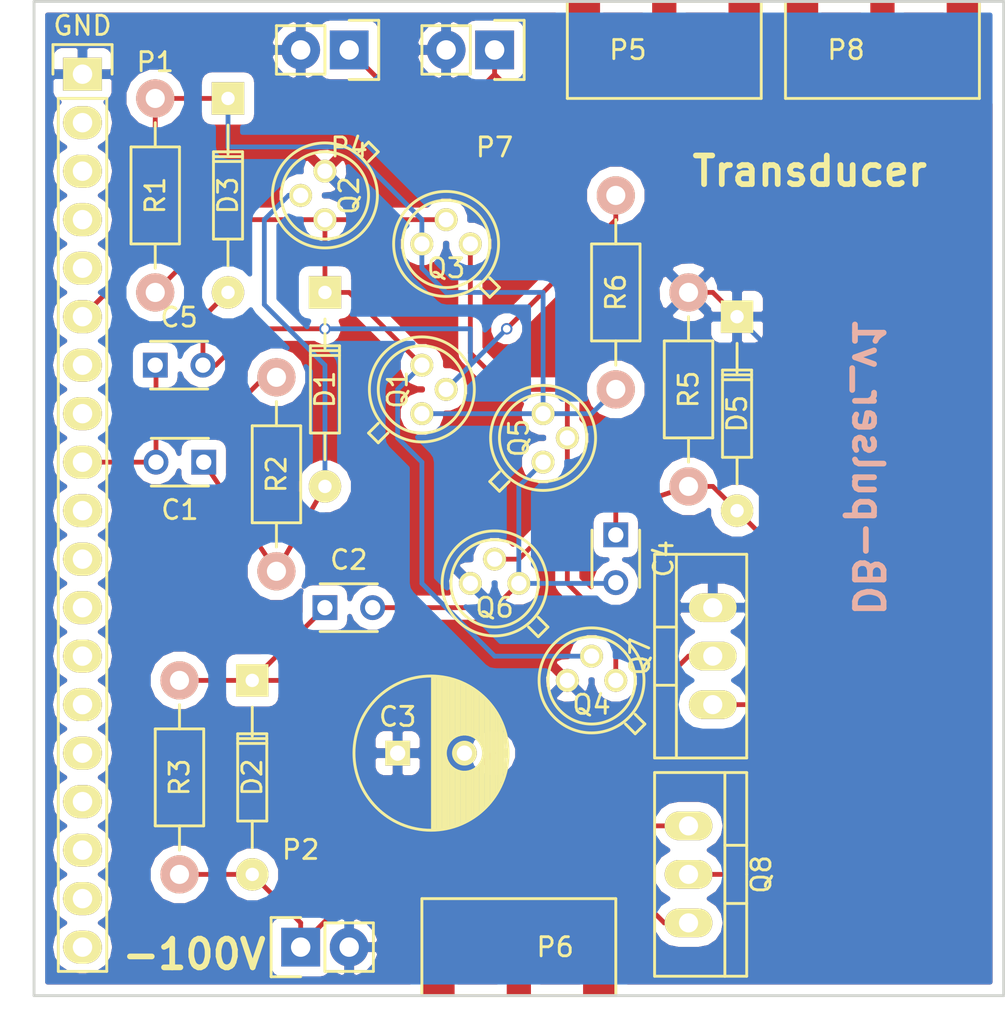
<source format=kicad_pcb>
(kicad_pcb (version 4) (host pcbnew 4.0.4+e1-6308~48~ubuntu16.04.1-stable)

  (general
    (links 58)
    (no_connects 3)
    (area 37.511667 77.194999 90.245001 131.25)
    (thickness 1.6)
    (drawings 7)
    (tracks 142)
    (zones 0)
    (modules 29)
    (nets 29)
  )

  (page A4)
  (layers
    (0 F.Cu signal)
    (31 B.Cu signal)
    (32 B.Adhes user)
    (33 F.Adhes user)
    (34 B.Paste user)
    (35 F.Paste user)
    (36 B.SilkS user)
    (37 F.SilkS user)
    (38 B.Mask user)
    (39 F.Mask user)
    (40 Dwgs.User user)
    (41 Cmts.User user)
    (42 Eco1.User user)
    (43 Eco2.User user)
    (44 Edge.Cuts user)
    (45 Margin user)
    (46 B.CrtYd user)
    (47 F.CrtYd user)
    (48 B.Fab user)
    (49 F.Fab user)
  )

  (setup
    (last_trace_width 0.25)
    (trace_clearance 0.2)
    (zone_clearance 0.508)
    (zone_45_only no)
    (trace_min 0.2)
    (segment_width 0.2)
    (edge_width 0.15)
    (via_size 0.6)
    (via_drill 0.4)
    (via_min_size 0.4)
    (via_min_drill 0.3)
    (uvia_size 0.3)
    (uvia_drill 0.1)
    (uvias_allowed no)
    (uvia_min_size 0.2)
    (uvia_min_drill 0.1)
    (pcb_text_width 0.3)
    (pcb_text_size 1.5 1.5)
    (mod_edge_width 0.15)
    (mod_text_size 1 1)
    (mod_text_width 0.15)
    (pad_size 1.524 1.524)
    (pad_drill 0.762)
    (pad_to_mask_clearance 0.2)
    (aux_axis_origin 0 0)
    (visible_elements 7FFFFFFF)
    (pcbplotparams
      (layerselection 0x010fc_80000001)
      (usegerberextensions true)
      (excludeedgelayer true)
      (linewidth 0.100000)
      (plotframeref false)
      (viasonmask false)
      (mode 1)
      (useauxorigin false)
      (hpglpennumber 1)
      (hpglpenspeed 20)
      (hpglpendiameter 15)
      (hpglpenoverlay 2)
      (psnegative false)
      (psa4output false)
      (plotreference true)
      (plotvalue true)
      (plotinvisibletext false)
      (padsonsilk false)
      (subtractmaskfromsilk false)
      (outputformat 1)
      (mirror false)
      (drillshape 0)
      (scaleselection 1)
      (outputdirectory ../gerber/))
  )

  (net 0 "")
  (net 1 "Net-(C1-Pad1)")
  (net 2 "Net-(C1-Pad2)")
  (net 3 "Net-(C2-Pad1)")
  (net 4 "Net-(C2-Pad2)")
  (net 5 GND)
  (net 6 "Net-(C3-Pad2)")
  (net 7 "Net-(C4-Pad1)")
  (net 8 "Net-(C5-Pad2)")
  (net 9 "Net-(D1-Pad1)")
  (net 10 "Net-(D3-Pad1)")
  (net 11 "Net-(P4-Pad1)")
  (net 12 "Net-(Q3-Pad1)")
  (net 13 "Net-(P1-Pad2)")
  (net 14 "Net-(P1-Pad3)")
  (net 15 "Net-(P1-Pad4)")
  (net 16 "Net-(P1-Pad5)")
  (net 17 "Net-(P1-Pad7)")
  (net 18 "Net-(P1-Pad8)")
  (net 19 "Net-(P1-Pad10)")
  (net 20 "Net-(P1-Pad11)")
  (net 21 "Net-(P1-Pad12)")
  (net 22 "Net-(P1-Pad13)")
  (net 23 "Net-(P1-Pad14)")
  (net 24 "Net-(P1-Pad15)")
  (net 25 "Net-(P1-Pad16)")
  (net 26 "Net-(P1-Pad17)")
  (net 27 "Net-(P1-Pad18)")
  (net 28 "Net-(P1-Pad19)")

  (net_class Default "This is the default net class."
    (clearance 0.2)
    (trace_width 0.25)
    (via_dia 0.6)
    (via_drill 0.4)
    (uvia_dia 0.3)
    (uvia_drill 0.1)
    (add_net GND)
    (add_net "Net-(C1-Pad1)")
    (add_net "Net-(C1-Pad2)")
    (add_net "Net-(C2-Pad1)")
    (add_net "Net-(C2-Pad2)")
    (add_net "Net-(C3-Pad2)")
    (add_net "Net-(C4-Pad1)")
    (add_net "Net-(C5-Pad2)")
    (add_net "Net-(D1-Pad1)")
    (add_net "Net-(D3-Pad1)")
    (add_net "Net-(P1-Pad10)")
    (add_net "Net-(P1-Pad11)")
    (add_net "Net-(P1-Pad12)")
    (add_net "Net-(P1-Pad13)")
    (add_net "Net-(P1-Pad14)")
    (add_net "Net-(P1-Pad15)")
    (add_net "Net-(P1-Pad16)")
    (add_net "Net-(P1-Pad17)")
    (add_net "Net-(P1-Pad18)")
    (add_net "Net-(P1-Pad19)")
    (add_net "Net-(P1-Pad2)")
    (add_net "Net-(P1-Pad3)")
    (add_net "Net-(P1-Pad4)")
    (add_net "Net-(P1-Pad5)")
    (add_net "Net-(P1-Pad7)")
    (add_net "Net-(P1-Pad8)")
    (add_net "Net-(P4-Pad1)")
    (add_net "Net-(Q3-Pad1)")
  )

  (module Echopen:SMA (layer F.Cu) (tedit 580DD950) (tstamp 57B32BEF)
    (at 72.39 80.01 180)
    (path /57B32829)
    (attr smd)
    (fp_text reference P5 (at 1.905 0 180) (layer F.SilkS)
      (effects (font (size 1 1) (thickness 0.15)))
    )
    (fp_text value SMA (at -2.54 0 180) (layer F.Fab)
      (effects (font (size 1 1) (thickness 0.15)))
    )
    (fp_line (start -5.08 -2.54) (end 5.08 -2.54) (layer F.SilkS) (width 0.15))
    (fp_line (start 5.08 -2.54) (end 5.08 2.54) (layer F.SilkS) (width 0.15))
    (fp_line (start 5.08 2.54) (end -5.08 2.54) (layer F.SilkS) (width 0.15))
    (fp_line (start -5.08 2.54) (end -5.08 -2.54) (layer F.SilkS) (width 0.15))
    (pad 2 smd rect (at -4.2545 0 180) (size 1.778 5.08) (layers *.Paste *.Mask F.Cu)
      (net 5 GND))
    (pad 2 smd rect (at 4.2545 0 180) (size 1.778 5.08) (layers *.Paste *.Mask F.Cu)
      (net 5 GND))
    (pad 1 smd rect (at 0 0 180) (size 1.27 5.08) (layers F.Cu F.Paste F.Mask)
      (net 11 "Net-(P4-Pad1)"))
    (model ../../../../../home/echopen/Bureau/GitHub/electronic/kicad/Librairy/3d/sma_90_r300.124.403.wrl
      (at (xyz 0 -0.15 0))
      (scale (xyz 0.9 0.9 0.9))
      (rotate (xyz 0 0 0))
    )
  )

  (module Echopen:SMA (layer F.Cu) (tedit 580DD950) (tstamp 57B5CAC7)
    (at 64.77 127)
    (path /57B5CB16)
    (attr smd)
    (fp_text reference P6 (at 1.905 0) (layer F.SilkS)
      (effects (font (size 1 1) (thickness 0.15)))
    )
    (fp_text value SMA (at -2.54 0) (layer F.Fab)
      (effects (font (size 1 1) (thickness 0.15)))
    )
    (fp_line (start -5.08 -2.54) (end 5.08 -2.54) (layer F.SilkS) (width 0.15))
    (fp_line (start 5.08 -2.54) (end 5.08 2.54) (layer F.SilkS) (width 0.15))
    (fp_line (start 5.08 2.54) (end -5.08 2.54) (layer F.SilkS) (width 0.15))
    (fp_line (start -5.08 2.54) (end -5.08 -2.54) (layer F.SilkS) (width 0.15))
    (pad 2 smd rect (at -4.2545 0) (size 1.778 5.08) (layers *.Paste *.Mask F.Cu)
      (net 5 GND))
    (pad 2 smd rect (at 4.2545 0) (size 1.778 5.08) (layers *.Paste *.Mask F.Cu)
      (net 5 GND))
    (pad 1 smd rect (at 0 0) (size 1.27 5.08) (layers F.Cu F.Paste F.Mask)
      (net 6 "Net-(C3-Pad2)"))
    (model ../../../../../home/echopen/Bureau/GitHub/electronic/kicad/Librairy/3d/sma_90_r300.124.403.wrl
      (at (xyz 0 -0.15 0))
      (scale (xyz 0.9 0.9 0.9))
      (rotate (xyz 0 0 0))
    )
  )

  (module Echopen:SMA (layer F.Cu) (tedit 580DD950) (tstamp 57B6CC57)
    (at 83.82 80.01 180)
    (path /57B6C760)
    (attr smd)
    (fp_text reference P8 (at 1.905 0 180) (layer F.SilkS)
      (effects (font (size 1 1) (thickness 0.15)))
    )
    (fp_text value SMA (at -2.54 0 180) (layer F.Fab)
      (effects (font (size 1 1) (thickness 0.15)))
    )
    (fp_line (start -5.08 -2.54) (end 5.08 -2.54) (layer F.SilkS) (width 0.15))
    (fp_line (start 5.08 -2.54) (end 5.08 2.54) (layer F.SilkS) (width 0.15))
    (fp_line (start 5.08 2.54) (end -5.08 2.54) (layer F.SilkS) (width 0.15))
    (fp_line (start -5.08 2.54) (end -5.08 -2.54) (layer F.SilkS) (width 0.15))
    (pad 2 smd rect (at -4.2545 0 180) (size 1.778 5.08) (layers *.Paste *.Mask F.Cu)
      (net 5 GND))
    (pad 2 smd rect (at 4.2545 0 180) (size 1.778 5.08) (layers *.Paste *.Mask F.Cu)
      (net 5 GND))
    (pad 1 smd rect (at 0 0 180) (size 1.27 5.08) (layers F.Cu F.Paste F.Mask)
      (net 11 "Net-(P4-Pad1)"))
    (model ../../../../../home/echopen/Bureau/GitHub/electronic/kicad/Librairy/3d/sma_90_r300.124.403.wrl
      (at (xyz 0 -0.15 0))
      (scale (xyz 0.9 0.9 0.9))
      (rotate (xyz 0 0 0))
    )
  )

  (module Echopen:Header_pin_angled_1x19 (layer F.Cu) (tedit 580DDAA9) (tstamp 57B32BC3)
    (at 41.91 104.14)
    (descr "Through hole socket strip")
    (tags "socket strip")
    (path /57A89E14)
    (attr smd)
    (fp_text reference P1 (at 3.81 -23.495) (layer F.SilkS)
      (effects (font (size 1 1) (thickness 0.15)))
    )
    (fp_text value CONN_01X19 (at 0.635 26.035) (layer F.Fab)
      (effects (font (size 1 1) (thickness 0.15)))
    )
    (fp_text user GND (at 0 -25.4) (layer F.SilkS)
      (effects (font (size 1 1) (thickness 0.15)))
    )
    (fp_line (start 1.75 -24.61) (end -1.75 -24.61) (layer F.CrtYd) (width 0.05))
    (fp_line (start 1.75 24.64) (end -1.75 24.64) (layer F.CrtYd) (width 0.05))
    (fp_line (start 1.75 -24.61) (end 1.75 24.64) (layer F.CrtYd) (width 0.05))
    (fp_line (start -1.75 -24.61) (end -1.75 24.64) (layer F.CrtYd) (width 0.05))
    (fp_line (start -1.27 -21.59) (end -1.27 24.13) (layer F.SilkS) (width 0.15))
    (fp_line (start -1.27 24.13) (end 1.27 24.13) (layer F.SilkS) (width 0.15))
    (fp_line (start 1.27 24.13) (end 1.27 -21.59) (layer F.SilkS) (width 0.15))
    (fp_line (start -1.55 -24.41) (end -1.55 -22.86) (layer F.SilkS) (width 0.15))
    (fp_line (start -1.27 -21.59) (end 1.27 -21.59) (layer F.SilkS) (width 0.15))
    (fp_line (start 1.55 -22.86) (end 1.55 -24.41) (layer F.SilkS) (width 0.15))
    (fp_line (start 1.55 -24.41) (end -1.55 -24.41) (layer F.SilkS) (width 0.15))
    (pad 1 thru_hole rect (at 0 -22.86 270) (size 1.7272 2.032) (drill 1.016) (layers *.Cu *.Mask F.SilkS)
      (net 5 GND))
    (pad 2 thru_hole oval (at 0 -20.32 270) (size 1.7272 2.032) (drill 1.016) (layers *.Cu *.Mask F.SilkS)
      (net 13 "Net-(P1-Pad2)"))
    (pad 3 thru_hole oval (at 0 -17.78 270) (size 1.7272 2.032) (drill 1.016) (layers *.Cu *.Mask F.SilkS)
      (net 14 "Net-(P1-Pad3)"))
    (pad 4 thru_hole oval (at 0 -15.24 270) (size 1.7272 2.032) (drill 1.016) (layers *.Cu *.Mask F.SilkS)
      (net 15 "Net-(P1-Pad4)"))
    (pad 5 thru_hole oval (at 0 -12.7 270) (size 1.7272 2.032) (drill 1.016) (layers *.Cu *.Mask F.SilkS)
      (net 16 "Net-(P1-Pad5)"))
    (pad 6 thru_hole oval (at 0 -10.16 270) (size 1.7272 2.032) (drill 1.016) (layers *.Cu *.Mask F.SilkS)
      (net 10 "Net-(D3-Pad1)"))
    (pad 7 thru_hole oval (at 0 -7.62 270) (size 1.7272 2.032) (drill 1.016) (layers *.Cu *.Mask F.SilkS)
      (net 17 "Net-(P1-Pad7)"))
    (pad 8 thru_hole oval (at 0 -5.08 270) (size 1.7272 2.032) (drill 1.016) (layers *.Cu *.Mask F.SilkS)
      (net 18 "Net-(P1-Pad8)"))
    (pad 9 thru_hole oval (at 0 -2.54 270) (size 1.7272 2.032) (drill 1.016) (layers *.Cu *.Mask F.SilkS)
      (net 2 "Net-(C1-Pad2)"))
    (pad 10 thru_hole oval (at 0 0 270) (size 1.7272 2.032) (drill 1.016) (layers *.Cu *.Mask F.SilkS)
      (net 19 "Net-(P1-Pad10)"))
    (pad 11 thru_hole oval (at 0 2.54 270) (size 1.7272 2.032) (drill 1.016) (layers *.Cu *.Mask F.SilkS)
      (net 20 "Net-(P1-Pad11)"))
    (pad 12 thru_hole oval (at 0 5.08 270) (size 1.7272 2.032) (drill 1.016) (layers *.Cu *.Mask F.SilkS)
      (net 21 "Net-(P1-Pad12)"))
    (pad 13 thru_hole oval (at 0 7.62 270) (size 1.7272 2.032) (drill 1.016) (layers *.Cu *.Mask F.SilkS)
      (net 22 "Net-(P1-Pad13)"))
    (pad 14 thru_hole oval (at 0 10.16 270) (size 1.7272 2.032) (drill 1.016) (layers *.Cu *.Mask F.SilkS)
      (net 23 "Net-(P1-Pad14)"))
    (pad 15 thru_hole oval (at 0 12.7 270) (size 1.7272 2.032) (drill 1.016) (layers *.Cu *.Mask F.SilkS)
      (net 24 "Net-(P1-Pad15)"))
    (pad 16 thru_hole oval (at 0 15.24 270) (size 1.7272 2.032) (drill 1.016) (layers *.Cu *.Mask F.SilkS)
      (net 25 "Net-(P1-Pad16)"))
    (pad 17 thru_hole oval (at 0 17.78 270) (size 1.7272 2.032) (drill 1.016) (layers *.Cu *.Mask F.SilkS)
      (net 26 "Net-(P1-Pad17)"))
    (pad 18 thru_hole oval (at 0 20.32 270) (size 1.7272 2.032) (drill 1.016) (layers *.Cu *.Mask F.SilkS)
      (net 27 "Net-(P1-Pad18)"))
    (pad 19 thru_hole oval (at 0 22.86 270) (size 1.7272 2.032) (drill 1.016) (layers *.Cu *.Mask F.SilkS)
      (net 28 "Net-(P1-Pad19)"))
    (model Pin_Headers.3dshapes/Pin_Header_Angled_1x19.wrl
      (at (xyz 0 0 0))
      (scale (xyz 1 1 1))
      (rotate (xyz 0 0 -90))
    )
  )

  (module Echopen:Resistor_TH_common (layer F.Cu) (tedit 580DD939) (tstamp 57B32C45)
    (at 69.85 87.63 270)
    (descr "Resistor, Axial,  RM 10mm, 1/3W")
    (tags "Resistor Axial RM 10mm 1/3W")
    (path /5762B412)
    (attr smd)
    (fp_text reference R6 (at 5.08 0 270) (layer F.SilkS)
      (effects (font (size 1 1) (thickness 0.15)))
    )
    (fp_text value 100k (at 5.08 1.905 270) (layer F.Fab)
      (effects (font (size 1 1) (thickness 0.15)))
    )
    (fp_line (start -1.25 -1.5) (end 11.4 -1.5) (layer F.CrtYd) (width 0.05))
    (fp_line (start -1.25 1.5) (end -1.25 -1.5) (layer F.CrtYd) (width 0.05))
    (fp_line (start 11.4 -1.5) (end 11.4 1.5) (layer F.CrtYd) (width 0.05))
    (fp_line (start -1.25 1.5) (end 11.4 1.5) (layer F.CrtYd) (width 0.05))
    (fp_line (start 2.54 -1.27) (end 7.62 -1.27) (layer F.SilkS) (width 0.15))
    (fp_line (start 7.62 -1.27) (end 7.62 1.27) (layer F.SilkS) (width 0.15))
    (fp_line (start 7.62 1.27) (end 2.54 1.27) (layer F.SilkS) (width 0.15))
    (fp_line (start 2.54 1.27) (end 2.54 -1.27) (layer F.SilkS) (width 0.15))
    (fp_line (start 2.54 0) (end 1.27 0) (layer F.SilkS) (width 0.15))
    (fp_line (start 7.62 0) (end 8.89 0) (layer F.SilkS) (width 0.15))
    (pad 1 thru_hole circle (at 0 0 270) (size 1.99898 1.99898) (drill 1.00076) (layers *.Cu *.SilkS *.Mask)
      (net 8 "Net-(C5-Pad2)"))
    (pad 2 thru_hole circle (at 10.16 0 270) (size 1.99898 1.99898) (drill 1.00076) (layers *.Cu *.SilkS *.Mask)
      (net 10 "Net-(D3-Pad1)"))
    (model Resistors_ThroughHole.3dshapes/Resistor_Horizontal_RM10mm.wrl
      (at (xyz 0.2 0 0))
      (scale (xyz 0.4 0.4 0.4))
      (rotate (xyz 0 0 0))
    )
  )

  (module Echopen:Resistor_TH_common (layer F.Cu) (tedit 580DD939) (tstamp 57B32C3F)
    (at 73.66 92.71 270)
    (descr "Resistor, Axial,  RM 10mm, 1/3W")
    (tags "Resistor Axial RM 10mm 1/3W")
    (path /5767E1A7)
    (attr smd)
    (fp_text reference R5 (at 5.08 0 270) (layer F.SilkS)
      (effects (font (size 1 1) (thickness 0.15)))
    )
    (fp_text value 1M (at 5.08 1.905 270) (layer F.Fab)
      (effects (font (size 1 1) (thickness 0.15)))
    )
    (fp_line (start -1.25 -1.5) (end 11.4 -1.5) (layer F.CrtYd) (width 0.05))
    (fp_line (start -1.25 1.5) (end -1.25 -1.5) (layer F.CrtYd) (width 0.05))
    (fp_line (start 11.4 -1.5) (end 11.4 1.5) (layer F.CrtYd) (width 0.05))
    (fp_line (start -1.25 1.5) (end 11.4 1.5) (layer F.CrtYd) (width 0.05))
    (fp_line (start 2.54 -1.27) (end 7.62 -1.27) (layer F.SilkS) (width 0.15))
    (fp_line (start 7.62 -1.27) (end 7.62 1.27) (layer F.SilkS) (width 0.15))
    (fp_line (start 7.62 1.27) (end 2.54 1.27) (layer F.SilkS) (width 0.15))
    (fp_line (start 2.54 1.27) (end 2.54 -1.27) (layer F.SilkS) (width 0.15))
    (fp_line (start 2.54 0) (end 1.27 0) (layer F.SilkS) (width 0.15))
    (fp_line (start 7.62 0) (end 8.89 0) (layer F.SilkS) (width 0.15))
    (pad 1 thru_hole circle (at 0 0 270) (size 1.99898 1.99898) (drill 1.00076) (layers *.Cu *.SilkS *.Mask)
      (net 5 GND))
    (pad 2 thru_hole circle (at 10.16 0 270) (size 1.99898 1.99898) (drill 1.00076) (layers *.Cu *.SilkS *.Mask)
      (net 7 "Net-(C4-Pad1)"))
    (model Resistors_ThroughHole.3dshapes/Resistor_Horizontal_RM10mm.wrl
      (at (xyz 0.2 0 0))
      (scale (xyz 0.4 0.4 0.4))
      (rotate (xyz 0 0 0))
    )
  )

  (module Echopen:Resistor_TH_common (layer F.Cu) (tedit 580DD939) (tstamp 57B32C39)
    (at 46.99 113.03 270)
    (descr "Resistor, Axial,  RM 10mm, 1/3W")
    (tags "Resistor Axial RM 10mm 1/3W")
    (path /5767E21C)
    (attr smd)
    (fp_text reference R3 (at 5.08 0 270) (layer F.SilkS)
      (effects (font (size 1 1) (thickness 0.15)))
    )
    (fp_text value 1M (at 5.08 1.905 270) (layer F.Fab)
      (effects (font (size 1 1) (thickness 0.15)))
    )
    (fp_line (start -1.25 -1.5) (end 11.4 -1.5) (layer F.CrtYd) (width 0.05))
    (fp_line (start -1.25 1.5) (end -1.25 -1.5) (layer F.CrtYd) (width 0.05))
    (fp_line (start 11.4 -1.5) (end 11.4 1.5) (layer F.CrtYd) (width 0.05))
    (fp_line (start -1.25 1.5) (end 11.4 1.5) (layer F.CrtYd) (width 0.05))
    (fp_line (start 2.54 -1.27) (end 7.62 -1.27) (layer F.SilkS) (width 0.15))
    (fp_line (start 7.62 -1.27) (end 7.62 1.27) (layer F.SilkS) (width 0.15))
    (fp_line (start 7.62 1.27) (end 2.54 1.27) (layer F.SilkS) (width 0.15))
    (fp_line (start 2.54 1.27) (end 2.54 -1.27) (layer F.SilkS) (width 0.15))
    (fp_line (start 2.54 0) (end 1.27 0) (layer F.SilkS) (width 0.15))
    (fp_line (start 7.62 0) (end 8.89 0) (layer F.SilkS) (width 0.15))
    (pad 1 thru_hole circle (at 0 0 270) (size 1.99898 1.99898) (drill 1.00076) (layers *.Cu *.SilkS *.Mask)
      (net 3 "Net-(C2-Pad1)"))
    (pad 2 thru_hole circle (at 10.16 0 270) (size 1.99898 1.99898) (drill 1.00076) (layers *.Cu *.SilkS *.Mask)
      (net 6 "Net-(C3-Pad2)"))
    (model Resistors_ThroughHole.3dshapes/Resistor_Horizontal_RM10mm.wrl
      (at (xyz 0.2 0 0))
      (scale (xyz 0.4 0.4 0.4))
      (rotate (xyz 0 0 0))
    )
  )

  (module Echopen:Resistor_TH_common (layer F.Cu) (tedit 580DD939) (tstamp 57B32C33)
    (at 52.07 107.315 90)
    (descr "Resistor, Axial,  RM 10mm, 1/3W")
    (tags "Resistor Axial RM 10mm 1/3W")
    (path /5762AE47)
    (attr smd)
    (fp_text reference R2 (at 5.08 0 90) (layer F.SilkS)
      (effects (font (size 1 1) (thickness 0.15)))
    )
    (fp_text value 22 (at 5.08 1.905 90) (layer F.Fab)
      (effects (font (size 1 1) (thickness 0.15)))
    )
    (fp_line (start -1.25 -1.5) (end 11.4 -1.5) (layer F.CrtYd) (width 0.05))
    (fp_line (start -1.25 1.5) (end -1.25 -1.5) (layer F.CrtYd) (width 0.05))
    (fp_line (start 11.4 -1.5) (end 11.4 1.5) (layer F.CrtYd) (width 0.05))
    (fp_line (start -1.25 1.5) (end 11.4 1.5) (layer F.CrtYd) (width 0.05))
    (fp_line (start 2.54 -1.27) (end 7.62 -1.27) (layer F.SilkS) (width 0.15))
    (fp_line (start 7.62 -1.27) (end 7.62 1.27) (layer F.SilkS) (width 0.15))
    (fp_line (start 7.62 1.27) (end 2.54 1.27) (layer F.SilkS) (width 0.15))
    (fp_line (start 2.54 1.27) (end 2.54 -1.27) (layer F.SilkS) (width 0.15))
    (fp_line (start 2.54 0) (end 1.27 0) (layer F.SilkS) (width 0.15))
    (fp_line (start 7.62 0) (end 8.89 0) (layer F.SilkS) (width 0.15))
    (pad 1 thru_hole circle (at 0 0 90) (size 1.99898 1.99898) (drill 1.00076) (layers *.Cu *.SilkS *.Mask)
      (net 1 "Net-(C1-Pad1)"))
    (pad 2 thru_hole circle (at 10.16 0 90) (size 1.99898 1.99898) (drill 1.00076) (layers *.Cu *.SilkS *.Mask)
      (net 2 "Net-(C1-Pad2)"))
    (model Resistors_ThroughHole.3dshapes/Resistor_Horizontal_RM10mm.wrl
      (at (xyz 0.2 0 0))
      (scale (xyz 0.4 0.4 0.4))
      (rotate (xyz 0 0 0))
    )
  )

  (module Echopen:Resistor_TH_common (layer F.Cu) (tedit 580DD939) (tstamp 57B32C2D)
    (at 45.72 82.55 270)
    (descr "Resistor, Axial,  RM 10mm, 1/3W")
    (tags "Resistor Axial RM 10mm 1/3W")
    (path /5762B4D5)
    (attr smd)
    (fp_text reference R1 (at 5.08 0 270) (layer F.SilkS)
      (effects (font (size 1 1) (thickness 0.15)))
    )
    (fp_text value 1k (at 5.08 1.905 270) (layer F.Fab)
      (effects (font (size 1 1) (thickness 0.15)))
    )
    (fp_line (start -1.25 -1.5) (end 11.4 -1.5) (layer F.CrtYd) (width 0.05))
    (fp_line (start -1.25 1.5) (end -1.25 -1.5) (layer F.CrtYd) (width 0.05))
    (fp_line (start 11.4 -1.5) (end 11.4 1.5) (layer F.CrtYd) (width 0.05))
    (fp_line (start -1.25 1.5) (end 11.4 1.5) (layer F.CrtYd) (width 0.05))
    (fp_line (start 2.54 -1.27) (end 7.62 -1.27) (layer F.SilkS) (width 0.15))
    (fp_line (start 7.62 -1.27) (end 7.62 1.27) (layer F.SilkS) (width 0.15))
    (fp_line (start 7.62 1.27) (end 2.54 1.27) (layer F.SilkS) (width 0.15))
    (fp_line (start 2.54 1.27) (end 2.54 -1.27) (layer F.SilkS) (width 0.15))
    (fp_line (start 2.54 0) (end 1.27 0) (layer F.SilkS) (width 0.15))
    (fp_line (start 7.62 0) (end 8.89 0) (layer F.SilkS) (width 0.15))
    (pad 1 thru_hole circle (at 0 0 270) (size 1.99898 1.99898) (drill 1.00076) (layers *.Cu *.SilkS *.Mask)
      (net 10 "Net-(D3-Pad1)"))
    (pad 2 thru_hole circle (at 10.16 0 270) (size 1.99898 1.99898) (drill 1.00076) (layers *.Cu *.SilkS *.Mask)
      (net 9 "Net-(D1-Pad1)"))
    (model Resistors_ThroughHole.3dshapes/Resistor_Horizontal_RM10mm.wrl
      (at (xyz 0.2 0 0))
      (scale (xyz 0.4 0.4 0.4))
      (rotate (xyz 0 0 0))
    )
  )

  (module Echopen:D_TH_common (layer F.Cu) (tedit 580DD903) (tstamp 57B32B9D)
    (at 50.8 113.03 270)
    (descr "Diode, DO-35,  SOD27, Horizontal, RM 10mm")
    (tags "Diode, DO-35, SOD27, Horizontal, RM 10mm, 1N4148,")
    (path /5767D8BC)
    (attr smd)
    (fp_text reference D2 (at 5.08 0 270) (layer F.SilkS)
      (effects (font (size 1 1) (thickness 0.15)))
    )
    (fp_text value 1N4746 (at 5.08 1.27 270) (layer F.Fab)
      (effects (font (size 1 1) (thickness 0.15)))
    )
    (fp_line (start 7.36652 -0.00254) (end 8.76352 -0.00254) (layer F.SilkS) (width 0.15))
    (fp_line (start 2.92152 -0.00254) (end 1.39752 -0.00254) (layer F.SilkS) (width 0.15))
    (fp_line (start 3.30252 -0.76454) (end 3.30252 0.75946) (layer F.SilkS) (width 0.15))
    (fp_line (start 3.04852 -0.76454) (end 3.04852 0.75946) (layer F.SilkS) (width 0.15))
    (fp_line (start 2.79452 -0.00254) (end 2.79452 0.75946) (layer F.SilkS) (width 0.15))
    (fp_line (start 2.79452 0.75946) (end 7.36652 0.75946) (layer F.SilkS) (width 0.15))
    (fp_line (start 7.36652 0.75946) (end 7.36652 -0.76454) (layer F.SilkS) (width 0.15))
    (fp_line (start 7.36652 -0.76454) (end 2.79452 -0.76454) (layer F.SilkS) (width 0.15))
    (fp_line (start 2.79452 -0.76454) (end 2.79452 -0.00254) (layer F.SilkS) (width 0.15))
    (pad 2 thru_hole circle (at 10.16052 -0.00254 90) (size 1.69926 1.69926) (drill 0.70104) (layers *.Cu *.Mask F.SilkS)
      (net 6 "Net-(C3-Pad2)"))
    (pad 1 thru_hole rect (at 0.00052 -0.00254 90) (size 1.69926 1.69926) (drill 0.70104) (layers *.Cu *.Mask F.SilkS)
      (net 3 "Net-(C2-Pad1)"))
    (model Diodes_ThroughHole.3dshapes/Diode_DO-35_SOD27_Horizontal_RM10.wrl
      (at (xyz 0.2 0 0))
      (scale (xyz 0.4 0.4 0.4))
      (rotate (xyz 0 0 180))
    )
  )

  (module Echopen:D_TH_common (layer F.Cu) (tedit 580DD903) (tstamp 57B32BAC)
    (at 76.2 93.98 270)
    (descr "Diode, DO-35,  SOD27, Horizontal, RM 10mm")
    (tags "Diode, DO-35, SOD27, Horizontal, RM 10mm, 1N4148,")
    (path /5767D3BA)
    (attr smd)
    (fp_text reference D5 (at 5.08 0 270) (layer F.SilkS)
      (effects (font (size 1 1) (thickness 0.15)))
    )
    (fp_text value 1N4746 (at 5.08 1.27 270) (layer F.Fab)
      (effects (font (size 1 1) (thickness 0.15)))
    )
    (fp_line (start 7.36652 -0.00254) (end 8.76352 -0.00254) (layer F.SilkS) (width 0.15))
    (fp_line (start 2.92152 -0.00254) (end 1.39752 -0.00254) (layer F.SilkS) (width 0.15))
    (fp_line (start 3.30252 -0.76454) (end 3.30252 0.75946) (layer F.SilkS) (width 0.15))
    (fp_line (start 3.04852 -0.76454) (end 3.04852 0.75946) (layer F.SilkS) (width 0.15))
    (fp_line (start 2.79452 -0.00254) (end 2.79452 0.75946) (layer F.SilkS) (width 0.15))
    (fp_line (start 2.79452 0.75946) (end 7.36652 0.75946) (layer F.SilkS) (width 0.15))
    (fp_line (start 7.36652 0.75946) (end 7.36652 -0.76454) (layer F.SilkS) (width 0.15))
    (fp_line (start 7.36652 -0.76454) (end 2.79452 -0.76454) (layer F.SilkS) (width 0.15))
    (fp_line (start 2.79452 -0.76454) (end 2.79452 -0.00254) (layer F.SilkS) (width 0.15))
    (pad 2 thru_hole circle (at 10.16052 -0.00254 90) (size 1.69926 1.69926) (drill 0.70104) (layers *.Cu *.Mask F.SilkS)
      (net 7 "Net-(C4-Pad1)"))
    (pad 1 thru_hole rect (at 0.00052 -0.00254 90) (size 1.69926 1.69926) (drill 0.70104) (layers *.Cu *.Mask F.SilkS)
      (net 5 GND))
    (model Diodes_ThroughHole.3dshapes/Diode_DO-35_SOD27_Horizontal_RM10.wrl
      (at (xyz 0.2 0 0))
      (scale (xyz 0.4 0.4 0.4))
      (rotate (xyz 0 0 180))
    )
  )

  (module Echopen:D_TH_common (layer F.Cu) (tedit 580DD903) (tstamp 57B32BA3)
    (at 49.53 82.55 270)
    (descr "Diode, DO-35,  SOD27, Horizontal, RM 10mm")
    (tags "Diode, DO-35, SOD27, Horizontal, RM 10mm, 1N4148,")
    (path /5762B35A)
    (attr smd)
    (fp_text reference D3 (at 5.08 0 270) (layer F.SilkS)
      (effects (font (size 1 1) (thickness 0.15)))
    )
    (fp_text value 1N4148 (at 5.08 1.27 270) (layer F.Fab)
      (effects (font (size 1 1) (thickness 0.15)))
    )
    (fp_line (start 7.36652 -0.00254) (end 8.76352 -0.00254) (layer F.SilkS) (width 0.15))
    (fp_line (start 2.92152 -0.00254) (end 1.39752 -0.00254) (layer F.SilkS) (width 0.15))
    (fp_line (start 3.30252 -0.76454) (end 3.30252 0.75946) (layer F.SilkS) (width 0.15))
    (fp_line (start 3.04852 -0.76454) (end 3.04852 0.75946) (layer F.SilkS) (width 0.15))
    (fp_line (start 2.79452 -0.00254) (end 2.79452 0.75946) (layer F.SilkS) (width 0.15))
    (fp_line (start 2.79452 0.75946) (end 7.36652 0.75946) (layer F.SilkS) (width 0.15))
    (fp_line (start 7.36652 0.75946) (end 7.36652 -0.76454) (layer F.SilkS) (width 0.15))
    (fp_line (start 7.36652 -0.76454) (end 2.79452 -0.76454) (layer F.SilkS) (width 0.15))
    (fp_line (start 2.79452 -0.76454) (end 2.79452 -0.00254) (layer F.SilkS) (width 0.15))
    (pad 2 thru_hole circle (at 10.16052 -0.00254 90) (size 1.69926 1.69926) (drill 0.70104) (layers *.Cu *.Mask F.SilkS)
      (net 8 "Net-(C5-Pad2)"))
    (pad 1 thru_hole rect (at 0.00052 -0.00254 90) (size 1.69926 1.69926) (drill 0.70104) (layers *.Cu *.Mask F.SilkS)
      (net 10 "Net-(D3-Pad1)"))
    (model Diodes_ThroughHole.3dshapes/Diode_DO-35_SOD27_Horizontal_RM10.wrl
      (at (xyz 0.2 0 0))
      (scale (xyz 0.4 0.4 0.4))
      (rotate (xyz 0 0 180))
    )
  )

  (module Echopen:D_TH_common (layer F.Cu) (tedit 580DD903) (tstamp 57B32B94)
    (at 54.61 92.71 270)
    (descr "Diode, DO-35,  SOD27, Horizontal, RM 10mm")
    (tags "Diode, DO-35, SOD27, Horizontal, RM 10mm, 1N4148,")
    (path /5762B16F)
    (attr smd)
    (fp_text reference D1 (at 5.08 0 270) (layer F.SilkS)
      (effects (font (size 1 1) (thickness 0.15)))
    )
    (fp_text value BAT48 (at 5.08 1.27 270) (layer F.Fab)
      (effects (font (size 1 1) (thickness 0.15)))
    )
    (fp_line (start 7.36652 -0.00254) (end 8.76352 -0.00254) (layer F.SilkS) (width 0.15))
    (fp_line (start 2.92152 -0.00254) (end 1.39752 -0.00254) (layer F.SilkS) (width 0.15))
    (fp_line (start 3.30252 -0.76454) (end 3.30252 0.75946) (layer F.SilkS) (width 0.15))
    (fp_line (start 3.04852 -0.76454) (end 3.04852 0.75946) (layer F.SilkS) (width 0.15))
    (fp_line (start 2.79452 -0.00254) (end 2.79452 0.75946) (layer F.SilkS) (width 0.15))
    (fp_line (start 2.79452 0.75946) (end 7.36652 0.75946) (layer F.SilkS) (width 0.15))
    (fp_line (start 7.36652 0.75946) (end 7.36652 -0.76454) (layer F.SilkS) (width 0.15))
    (fp_line (start 7.36652 -0.76454) (end 2.79452 -0.76454) (layer F.SilkS) (width 0.15))
    (fp_line (start 2.79452 -0.76454) (end 2.79452 -0.00254) (layer F.SilkS) (width 0.15))
    (pad 2 thru_hole circle (at 10.16052 -0.00254 90) (size 1.69926 1.69926) (drill 0.70104) (layers *.Cu *.Mask F.SilkS)
      (net 1 "Net-(C1-Pad1)"))
    (pad 1 thru_hole rect (at 0.00052 -0.00254 90) (size 1.69926 1.69926) (drill 0.70104) (layers *.Cu *.Mask F.SilkS)
      (net 9 "Net-(D1-Pad1)"))
    (model Diodes_ThroughHole.3dshapes/Diode_DO-35_SOD27_Horizontal_RM10.wrl
      (at (xyz 0.2 0 0))
      (scale (xyz 0.4 0.4 0.4))
      (rotate (xyz 0 0 180))
    )
  )

  (module Echopen:TO-18_TH_common (layer F.Cu) (tedit 580DD979) (tstamp 57B32C19)
    (at 63.5 107.95)
    (descr "TO-18, 3Pin,")
    (tags "TO-18, 3Pin,")
    (path /57B5CBDD)
    (attr smd)
    (fp_text reference Q6 (at 0 1.27) (layer F.SilkS)
      (effects (font (size 1 1) (thickness 0.15)))
    )
    (fp_text value 2N2907 (at 0 3.175) (layer F.Fab)
      (effects (font (size 1 1) (thickness 0.15)))
    )
    (fp_line (start 2.794 2.286) (end 2.286 1.778) (layer F.SilkS) (width 0.15))
    (fp_line (start 1.778 2.286) (end 2.286 2.794) (layer F.SilkS) (width 0.15))
    (fp_line (start 2.286 2.794) (end 2.794 2.286) (layer F.SilkS) (width 0.15))
    (fp_circle (center 0 0) (end 2.286 0) (layer F.SilkS) (width 0.15))
    (fp_circle (center 0 0) (end 2.75 0) (layer F.SilkS) (width 0.15))
    (pad 1 thru_hole circle (at 1.27 0) (size 1.2 1.2) (drill 0.8) (layers *.Cu *.Mask F.SilkS)
      (net 4 "Net-(C2-Pad2)"))
    (pad 2 thru_hole circle (at 0 -1.27) (size 1.2 1.2) (drill 0.8) (layers *.Cu *.Mask F.SilkS)
      (net 12 "Net-(Q3-Pad1)"))
    (pad 3 thru_hole circle (at -1.27 0) (size 1.2 1.2) (drill 0.8) (layers *.Cu *.Mask F.SilkS)
      (net 5 GND))
    (model TO_SOT_Packages_THT.3dshapes/TO-18_3Pin.wrl
      (at (xyz 0 0 0))
      (scale (xyz 0.3937 0.3937 0.3937))
      (rotate (xyz 0 0 0))
    )
  )

  (module Echopen:TO-18_TH_common (layer F.Cu) (tedit 580DD979) (tstamp 57B32C12)
    (at 66.04 100.33 270)
    (descr "TO-18, 3Pin,")
    (tags "TO-18, 3Pin,")
    (path /57B5CB57)
    (attr smd)
    (fp_text reference Q5 (at 0 1.27 270) (layer F.SilkS)
      (effects (font (size 1 1) (thickness 0.15)))
    )
    (fp_text value 2N2222 (at 0 3.175 270) (layer F.Fab)
      (effects (font (size 1 1) (thickness 0.15)))
    )
    (fp_line (start 2.794 2.286) (end 2.286 1.778) (layer F.SilkS) (width 0.15))
    (fp_line (start 1.778 2.286) (end 2.286 2.794) (layer F.SilkS) (width 0.15))
    (fp_line (start 2.286 2.794) (end 2.794 2.286) (layer F.SilkS) (width 0.15))
    (fp_circle (center 0 0) (end 2.286 0) (layer F.SilkS) (width 0.15))
    (fp_circle (center 0 0) (end 2.75 0) (layer F.SilkS) (width 0.15))
    (pad 1 thru_hole circle (at 1.27 0 270) (size 1.2 1.2) (drill 0.8) (layers *.Cu *.Mask F.SilkS)
      (net 4 "Net-(C2-Pad2)"))
    (pad 2 thru_hole circle (at 0 -1.27 270) (size 1.2 1.2) (drill 0.8) (layers *.Cu *.Mask F.SilkS)
      (net 12 "Net-(Q3-Pad1)"))
    (pad 3 thru_hole circle (at -1.27 0 270) (size 1.2 1.2) (drill 0.8) (layers *.Cu *.Mask F.SilkS)
      (net 10 "Net-(D3-Pad1)"))
    (model TO_SOT_Packages_THT.3dshapes/TO-18_3Pin.wrl
      (at (xyz 0 0 0))
      (scale (xyz 0.3937 0.3937 0.3937))
      (rotate (xyz 0 0 0))
    )
  )

  (module Echopen:TO-18_TH_common (layer F.Cu) (tedit 580DD979) (tstamp 57B32C0B)
    (at 68.58 113.03)
    (descr "TO-18, 3Pin,")
    (tags "TO-18, 3Pin,")
    (path /57B5C242)
    (attr smd)
    (fp_text reference Q4 (at 0 1.27) (layer F.SilkS)
      (effects (font (size 1 1) (thickness 0.15)))
    )
    (fp_text value 2N2907 (at 0 3.175) (layer F.Fab)
      (effects (font (size 1 1) (thickness 0.15)))
    )
    (fp_line (start 2.794 2.286) (end 2.286 1.778) (layer F.SilkS) (width 0.15))
    (fp_line (start 1.778 2.286) (end 2.286 2.794) (layer F.SilkS) (width 0.15))
    (fp_line (start 2.286 2.794) (end 2.794 2.286) (layer F.SilkS) (width 0.15))
    (fp_circle (center 0 0) (end 2.286 0) (layer F.SilkS) (width 0.15))
    (fp_circle (center 0 0) (end 2.75 0) (layer F.SilkS) (width 0.15))
    (pad 1 thru_hole circle (at 1.27 0) (size 1.2 1.2) (drill 0.8) (layers *.Cu *.Mask F.SilkS)
      (net 12 "Net-(Q3-Pad1)"))
    (pad 2 thru_hole circle (at 0 -1.27) (size 1.2 1.2) (drill 0.8) (layers *.Cu *.Mask F.SilkS)
      (net 9 "Net-(D1-Pad1)"))
    (pad 3 thru_hole circle (at -1.27 0) (size 1.2 1.2) (drill 0.8) (layers *.Cu *.Mask F.SilkS)
      (net 5 GND))
    (model TO_SOT_Packages_THT.3dshapes/TO-18_3Pin.wrl
      (at (xyz 0 0 0))
      (scale (xyz 0.3937 0.3937 0.3937))
      (rotate (xyz 0 0 0))
    )
  )

  (module Echopen:TO-18_TH_common (layer F.Cu) (tedit 580DD979) (tstamp 57B32C04)
    (at 60.96 90.17)
    (descr "TO-18, 3Pin,")
    (tags "TO-18, 3Pin,")
    (path /57B5C1BC)
    (attr smd)
    (fp_text reference Q3 (at 0 1.27) (layer F.SilkS)
      (effects (font (size 1 1) (thickness 0.15)))
    )
    (fp_text value 2N2222 (at 0 3.175) (layer F.Fab)
      (effects (font (size 1 1) (thickness 0.15)))
    )
    (fp_line (start 2.794 2.286) (end 2.286 1.778) (layer F.SilkS) (width 0.15))
    (fp_line (start 1.778 2.286) (end 2.286 2.794) (layer F.SilkS) (width 0.15))
    (fp_line (start 2.286 2.794) (end 2.794 2.286) (layer F.SilkS) (width 0.15))
    (fp_circle (center 0 0) (end 2.286 0) (layer F.SilkS) (width 0.15))
    (fp_circle (center 0 0) (end 2.75 0) (layer F.SilkS) (width 0.15))
    (pad 1 thru_hole circle (at 1.27 0) (size 1.2 1.2) (drill 0.8) (layers *.Cu *.Mask F.SilkS)
      (net 12 "Net-(Q3-Pad1)"))
    (pad 2 thru_hole circle (at 0 -1.27) (size 1.2 1.2) (drill 0.8) (layers *.Cu *.Mask F.SilkS)
      (net 9 "Net-(D1-Pad1)"))
    (pad 3 thru_hole circle (at -1.27 0) (size 1.2 1.2) (drill 0.8) (layers *.Cu *.Mask F.SilkS)
      (net 10 "Net-(D3-Pad1)"))
    (model TO_SOT_Packages_THT.3dshapes/TO-18_3Pin.wrl
      (at (xyz 0 0 0))
      (scale (xyz 0.3937 0.3937 0.3937))
      (rotate (xyz 0 0 0))
    )
  )

  (module Echopen:TO-18_TH_common (layer F.Cu) (tedit 580DD979) (tstamp 57B32BFD)
    (at 54.61 87.63 90)
    (descr "TO-18, 3Pin,")
    (tags "TO-18, 3Pin,")
    (path /57B5C134)
    (attr smd)
    (fp_text reference Q2 (at 0 1.27 90) (layer F.SilkS)
      (effects (font (size 1 1) (thickness 0.15)))
    )
    (fp_text value 2N2222 (at 0 3.175 90) (layer F.Fab)
      (effects (font (size 1 1) (thickness 0.15)))
    )
    (fp_line (start 2.794 2.286) (end 2.286 1.778) (layer F.SilkS) (width 0.15))
    (fp_line (start 1.778 2.286) (end 2.286 2.794) (layer F.SilkS) (width 0.15))
    (fp_line (start 2.286 2.794) (end 2.794 2.286) (layer F.SilkS) (width 0.15))
    (fp_circle (center 0 0) (end 2.286 0) (layer F.SilkS) (width 0.15))
    (fp_circle (center 0 0) (end 2.75 0) (layer F.SilkS) (width 0.15))
    (pad 1 thru_hole circle (at 1.27 0 90) (size 1.2 1.2) (drill 0.8) (layers *.Cu *.Mask F.SilkS)
      (net 5 GND))
    (pad 2 thru_hole circle (at 0 -1.27 90) (size 1.2 1.2) (drill 0.8) (layers *.Cu *.Mask F.SilkS)
      (net 1 "Net-(C1-Pad1)"))
    (pad 3 thru_hole circle (at -1.27 0 90) (size 1.2 1.2) (drill 0.8) (layers *.Cu *.Mask F.SilkS)
      (net 9 "Net-(D1-Pad1)"))
    (model TO_SOT_Packages_THT.3dshapes/TO-18_3Pin.wrl
      (at (xyz 0 0 0))
      (scale (xyz 0.3937 0.3937 0.3937))
      (rotate (xyz 0 0 0))
    )
  )

  (module Echopen:TO-18_TH_common (layer F.Cu) (tedit 580DD979) (tstamp 57B32BF6)
    (at 59.69 97.79 270)
    (descr "TO-18, 3Pin,")
    (tags "TO-18, 3Pin,")
    (path /57B5BFA9)
    (attr smd)
    (fp_text reference Q1 (at 0 1.27 270) (layer F.SilkS)
      (effects (font (size 1 1) (thickness 0.15)))
    )
    (fp_text value 2N2907 (at 0 3.175 270) (layer F.Fab)
      (effects (font (size 1 1) (thickness 0.15)))
    )
    (fp_line (start 2.794 2.286) (end 2.286 1.778) (layer F.SilkS) (width 0.15))
    (fp_line (start 1.778 2.286) (end 2.286 2.794) (layer F.SilkS) (width 0.15))
    (fp_line (start 2.286 2.794) (end 2.794 2.286) (layer F.SilkS) (width 0.15))
    (fp_circle (center 0 0) (end 2.286 0) (layer F.SilkS) (width 0.15))
    (fp_circle (center 0 0) (end 2.75 0) (layer F.SilkS) (width 0.15))
    (pad 1 thru_hole circle (at 1.27 0 270) (size 1.2 1.2) (drill 0.8) (layers *.Cu *.Mask F.SilkS)
      (net 10 "Net-(D3-Pad1)"))
    (pad 2 thru_hole circle (at 0 -1.27 270) (size 1.2 1.2) (drill 0.8) (layers *.Cu *.Mask F.SilkS)
      (net 8 "Net-(C5-Pad2)"))
    (pad 3 thru_hole circle (at -1.27 0 270) (size 1.2 1.2) (drill 0.8) (layers *.Cu *.Mask F.SilkS)
      (net 9 "Net-(D1-Pad1)"))
    (model TO_SOT_Packages_THT.3dshapes/TO-18_3Pin.wrl
      (at (xyz 0 0 0))
      (scale (xyz 0.3937 0.3937 0.3937))
      (rotate (xyz 0 0 0))
    )
  )

  (module Echopen:C_small_TH_echopen (layer F.Cu) (tedit 58406A4B) (tstamp 58406B0C)
    (at 48.26 101.6 180)
    (descr "Capacitor 3mm Disc, Pitch 2.5mm")
    (tags Capacitor)
    (path /5762AFD3)
    (attr smd)
    (fp_text reference C1 (at 1.25 -2.5 180) (layer F.SilkS)
      (effects (font (size 1 1) (thickness 0.15)))
    )
    (fp_text value 100p (at 1.25 2.5 180) (layer F.Fab)
      (effects (font (size 1 1) (thickness 0.15)))
    )
    (fp_line (start -0.9 -1.5) (end 3.4 -1.5) (layer F.CrtYd) (width 0.05))
    (fp_line (start 3.4 -1.5) (end 3.4 1.5) (layer F.CrtYd) (width 0.05))
    (fp_line (start 3.4 1.5) (end -0.9 1.5) (layer F.CrtYd) (width 0.05))
    (fp_line (start -0.9 1.5) (end -0.9 -1.5) (layer F.CrtYd) (width 0.05))
    (fp_line (start -0.25 -1.25) (end 2.75 -1.25) (layer F.SilkS) (width 0.15))
    (fp_line (start 2.75 1.25) (end -0.25 1.25) (layer F.SilkS) (width 0.15))
    (pad 1 thru_hole rect (at 0 0 180) (size 1.3 1.3) (drill 0.8) (layers *.Cu *.Mask)
      (net 1 "Net-(C1-Pad1)"))
    (pad 2 thru_hole circle (at 2.5 0 180) (size 1.3 1.3) (drill 0.8001) (layers *.Cu *.Mask)
      (net 2 "Net-(C1-Pad2)"))
    (model Capacitors_ThroughHole.3dshapes/C_Disc_D3_P2.5.wrl
      (at (xyz 0.049213 0 0))
      (scale (xyz 1 1 1))
      (rotate (xyz 0 0 0))
    )
  )

  (module Echopen:C_small_TH_echopen (layer F.Cu) (tedit 58406A4B) (tstamp 58406B11)
    (at 54.61 109.22)
    (descr "Capacitor 3mm Disc, Pitch 2.5mm")
    (tags Capacitor)
    (path /5767D1D8)
    (attr smd)
    (fp_text reference C2 (at 1.25 -2.5) (layer F.SilkS)
      (effects (font (size 1 1) (thickness 0.15)))
    )
    (fp_text value 100n (at 1.25 2.5) (layer F.Fab)
      (effects (font (size 1 1) (thickness 0.15)))
    )
    (fp_line (start -0.9 -1.5) (end 3.4 -1.5) (layer F.CrtYd) (width 0.05))
    (fp_line (start 3.4 -1.5) (end 3.4 1.5) (layer F.CrtYd) (width 0.05))
    (fp_line (start 3.4 1.5) (end -0.9 1.5) (layer F.CrtYd) (width 0.05))
    (fp_line (start -0.9 1.5) (end -0.9 -1.5) (layer F.CrtYd) (width 0.05))
    (fp_line (start -0.25 -1.25) (end 2.75 -1.25) (layer F.SilkS) (width 0.15))
    (fp_line (start 2.75 1.25) (end -0.25 1.25) (layer F.SilkS) (width 0.15))
    (pad 1 thru_hole rect (at 0 0) (size 1.3 1.3) (drill 0.8) (layers *.Cu *.Mask)
      (net 3 "Net-(C2-Pad1)"))
    (pad 2 thru_hole circle (at 2.5 0) (size 1.3 1.3) (drill 0.8001) (layers *.Cu *.Mask)
      (net 4 "Net-(C2-Pad2)"))
    (model Capacitors_ThroughHole.3dshapes/C_Disc_D3_P2.5.wrl
      (at (xyz 0.049213 0 0))
      (scale (xyz 1 1 1))
      (rotate (xyz 0 0 0))
    )
  )

  (module Echopen:CP_TH_common (layer F.Cu) (tedit 580DD8BA) (tstamp 58406B16)
    (at 58.42 116.84)
    (descr "Radial Electrolytic Capacitor Diameter 8mm x Length 11.5mm, Pitch 3.5mm")
    (tags "Electrolytic Capacitor")
    (path /57B32D09)
    (attr smd)
    (fp_text reference C3 (at 0 -1.905) (layer F.SilkS)
      (effects (font (size 1 1) (thickness 0.15)))
    )
    (fp_text value 33u (at 1.27 1.905) (layer F.Fab)
      (effects (font (size 1 1) (thickness 0.15)))
    )
    (fp_line (start 1.825 -3.999) (end 1.825 3.999) (layer F.SilkS) (width 0.15))
    (fp_line (start 1.965 -3.994) (end 1.965 3.994) (layer F.SilkS) (width 0.15))
    (fp_line (start 2.105 -3.984) (end 2.105 3.984) (layer F.SilkS) (width 0.15))
    (fp_line (start 2.245 -3.969) (end 2.245 3.969) (layer F.SilkS) (width 0.15))
    (fp_line (start 2.385 -3.949) (end 2.385 3.949) (layer F.SilkS) (width 0.15))
    (fp_line (start 2.525 -3.924) (end 2.525 -0.222) (layer F.SilkS) (width 0.15))
    (fp_line (start 2.525 0.222) (end 2.525 3.924) (layer F.SilkS) (width 0.15))
    (fp_line (start 2.665 -3.894) (end 2.665 -0.55) (layer F.SilkS) (width 0.15))
    (fp_line (start 2.665 0.55) (end 2.665 3.894) (layer F.SilkS) (width 0.15))
    (fp_line (start 2.805 -3.858) (end 2.805 -0.719) (layer F.SilkS) (width 0.15))
    (fp_line (start 2.805 0.719) (end 2.805 3.858) (layer F.SilkS) (width 0.15))
    (fp_line (start 2.945 -3.817) (end 2.945 -0.832) (layer F.SilkS) (width 0.15))
    (fp_line (start 2.945 0.832) (end 2.945 3.817) (layer F.SilkS) (width 0.15))
    (fp_line (start 3.085 -3.771) (end 3.085 -0.91) (layer F.SilkS) (width 0.15))
    (fp_line (start 3.085 0.91) (end 3.085 3.771) (layer F.SilkS) (width 0.15))
    (fp_line (start 3.225 -3.718) (end 3.225 -0.961) (layer F.SilkS) (width 0.15))
    (fp_line (start 3.225 0.961) (end 3.225 3.718) (layer F.SilkS) (width 0.15))
    (fp_line (start 3.365 -3.659) (end 3.365 -0.991) (layer F.SilkS) (width 0.15))
    (fp_line (start 3.365 0.991) (end 3.365 3.659) (layer F.SilkS) (width 0.15))
    (fp_line (start 3.505 -3.594) (end 3.505 -1) (layer F.SilkS) (width 0.15))
    (fp_line (start 3.505 1) (end 3.505 3.594) (layer F.SilkS) (width 0.15))
    (fp_line (start 3.645 -3.523) (end 3.645 -0.989) (layer F.SilkS) (width 0.15))
    (fp_line (start 3.645 0.989) (end 3.645 3.523) (layer F.SilkS) (width 0.15))
    (fp_line (start 3.785 -3.444) (end 3.785 -0.959) (layer F.SilkS) (width 0.15))
    (fp_line (start 3.785 0.959) (end 3.785 3.444) (layer F.SilkS) (width 0.15))
    (fp_line (start 3.925 -3.357) (end 3.925 -0.905) (layer F.SilkS) (width 0.15))
    (fp_line (start 3.925 0.905) (end 3.925 3.357) (layer F.SilkS) (width 0.15))
    (fp_line (start 4.065 -3.262) (end 4.065 -0.825) (layer F.SilkS) (width 0.15))
    (fp_line (start 4.065 0.825) (end 4.065 3.262) (layer F.SilkS) (width 0.15))
    (fp_line (start 4.205 -3.158) (end 4.205 -0.709) (layer F.SilkS) (width 0.15))
    (fp_line (start 4.205 0.709) (end 4.205 3.158) (layer F.SilkS) (width 0.15))
    (fp_line (start 4.345 -3.044) (end 4.345 -0.535) (layer F.SilkS) (width 0.15))
    (fp_line (start 4.345 0.535) (end 4.345 3.044) (layer F.SilkS) (width 0.15))
    (fp_line (start 4.485 -2.919) (end 4.485 -0.173) (layer F.SilkS) (width 0.15))
    (fp_line (start 4.485 0.173) (end 4.485 2.919) (layer F.SilkS) (width 0.15))
    (fp_line (start 4.625 -2.781) (end 4.625 2.781) (layer F.SilkS) (width 0.15))
    (fp_line (start 4.765 -2.629) (end 4.765 2.629) (layer F.SilkS) (width 0.15))
    (fp_line (start 4.905 -2.459) (end 4.905 2.459) (layer F.SilkS) (width 0.15))
    (fp_line (start 5.045 -2.268) (end 5.045 2.268) (layer F.SilkS) (width 0.15))
    (fp_line (start 5.185 -2.05) (end 5.185 2.05) (layer F.SilkS) (width 0.15))
    (fp_line (start 5.325 -1.794) (end 5.325 1.794) (layer F.SilkS) (width 0.15))
    (fp_line (start 5.465 -1.483) (end 5.465 1.483) (layer F.SilkS) (width 0.15))
    (fp_line (start 5.605 -1.067) (end 5.605 1.067) (layer F.SilkS) (width 0.15))
    (fp_line (start 5.745 -0.2) (end 5.745 0.2) (layer F.SilkS) (width 0.15))
    (fp_circle (center 3.5 0) (end 3.5 -1) (layer F.SilkS) (width 0.15))
    (fp_circle (center 1.75 0) (end 1.75 -4.0375) (layer F.SilkS) (width 0.15))
    (fp_circle (center 1.75 0) (end 1.75 -4.3) (layer F.CrtYd) (width 0.05))
    (pad 2 thru_hole circle (at 3.5 0) (size 1.3 1.3) (drill 0.8) (layers *.Cu *.Mask F.SilkS)
      (net 6 "Net-(C3-Pad2)"))
    (pad 1 thru_hole rect (at 0 0) (size 1.3 1.3) (drill 0.8) (layers *.Cu *.Mask F.SilkS)
      (net 5 GND))
    (model Capacitors_ThroughHole.3dshapes/C_Radial_D8_L11.5_P3.5.wrl
      (at (xyz 0 0 0))
      (scale (xyz 1 1 1))
      (rotate (xyz 0 0 0))
    )
  )

  (module Echopen:C_small_TH_echopen (layer F.Cu) (tedit 58406A4B) (tstamp 58406B1B)
    (at 69.85 105.41 270)
    (descr "Capacitor 3mm Disc, Pitch 2.5mm")
    (tags Capacitor)
    (path /5767D253)
    (attr smd)
    (fp_text reference C4 (at 1.25 -2.5 270) (layer F.SilkS)
      (effects (font (size 1 1) (thickness 0.15)))
    )
    (fp_text value 100n (at 1.25 2.5 270) (layer F.Fab)
      (effects (font (size 1 1) (thickness 0.15)))
    )
    (fp_line (start -0.9 -1.5) (end 3.4 -1.5) (layer F.CrtYd) (width 0.05))
    (fp_line (start 3.4 -1.5) (end 3.4 1.5) (layer F.CrtYd) (width 0.05))
    (fp_line (start 3.4 1.5) (end -0.9 1.5) (layer F.CrtYd) (width 0.05))
    (fp_line (start -0.9 1.5) (end -0.9 -1.5) (layer F.CrtYd) (width 0.05))
    (fp_line (start -0.25 -1.25) (end 2.75 -1.25) (layer F.SilkS) (width 0.15))
    (fp_line (start 2.75 1.25) (end -0.25 1.25) (layer F.SilkS) (width 0.15))
    (pad 1 thru_hole rect (at 0 0 270) (size 1.3 1.3) (drill 0.8) (layers *.Cu *.Mask)
      (net 7 "Net-(C4-Pad1)"))
    (pad 2 thru_hole circle (at 2.5 0 270) (size 1.3 1.3) (drill 0.8001) (layers *.Cu *.Mask)
      (net 4 "Net-(C2-Pad2)"))
    (model Capacitors_ThroughHole.3dshapes/C_Disc_D3_P2.5.wrl
      (at (xyz 0.049213 0 0))
      (scale (xyz 1 1 1))
      (rotate (xyz 0 0 0))
    )
  )

  (module Echopen:C_small_TH_echopen (layer F.Cu) (tedit 58406A4B) (tstamp 58406B20)
    (at 45.72 96.52)
    (descr "Capacitor 3mm Disc, Pitch 2.5mm")
    (tags Capacitor)
    (path /5762B0B6)
    (attr smd)
    (fp_text reference C5 (at 1.25 -2.5) (layer F.SilkS)
      (effects (font (size 1 1) (thickness 0.15)))
    )
    (fp_text value 220p (at 1.25 2.5) (layer F.Fab)
      (effects (font (size 1 1) (thickness 0.15)))
    )
    (fp_line (start -0.9 -1.5) (end 3.4 -1.5) (layer F.CrtYd) (width 0.05))
    (fp_line (start 3.4 -1.5) (end 3.4 1.5) (layer F.CrtYd) (width 0.05))
    (fp_line (start 3.4 1.5) (end -0.9 1.5) (layer F.CrtYd) (width 0.05))
    (fp_line (start -0.9 1.5) (end -0.9 -1.5) (layer F.CrtYd) (width 0.05))
    (fp_line (start -0.25 -1.25) (end 2.75 -1.25) (layer F.SilkS) (width 0.15))
    (fp_line (start 2.75 1.25) (end -0.25 1.25) (layer F.SilkS) (width 0.15))
    (pad 1 thru_hole rect (at 0 0) (size 1.3 1.3) (drill 0.8) (layers *.Cu *.Mask)
      (net 2 "Net-(C1-Pad2)"))
    (pad 2 thru_hole circle (at 2.5 0) (size 1.3 1.3) (drill 0.8001) (layers *.Cu *.Mask)
      (net 8 "Net-(C5-Pad2)"))
    (model Capacitors_ThroughHole.3dshapes/C_Disc_D3_P2.5.wrl
      (at (xyz 0.049213 0 0))
      (scale (xyz 1 1 1))
      (rotate (xyz 0 0 0))
    )
  )

  (module Echopen:Socket_1x02 (layer F.Cu) (tedit 58405851) (tstamp 58406B25)
    (at 53.34 127)
    (descr "Through hole socket strip")
    (tags "socket strip")
    (path /57A8ABE5)
    (attr smd)
    (fp_text reference P2 (at 0 -5.1) (layer F.SilkS)
      (effects (font (size 1 1) (thickness 0.15)))
    )
    (fp_text value CONN_01X02 (at 0 -3.1) (layer F.Fab)
      (effects (font (size 1 1) (thickness 0.15)))
    )
    (fp_line (start -1.55 1.55) (end 0 1.55) (layer F.SilkS) (width 0.15))
    (fp_line (start 3.81 1.27) (end 1.27 1.27) (layer F.SilkS) (width 0.15))
    (fp_line (start -1.75 -1.75) (end -1.75 1.75) (layer F.CrtYd) (width 0.05))
    (fp_line (start 4.3 -1.75) (end 4.3 1.75) (layer F.CrtYd) (width 0.05))
    (fp_line (start -1.75 -1.75) (end 4.3 -1.75) (layer F.CrtYd) (width 0.05))
    (fp_line (start -1.75 1.75) (end 4.3 1.75) (layer F.CrtYd) (width 0.05))
    (fp_line (start 1.27 1.27) (end 1.27 -1.27) (layer F.SilkS) (width 0.15))
    (fp_line (start 0 -1.55) (end -1.55 -1.55) (layer F.SilkS) (width 0.15))
    (fp_line (start -1.55 -1.55) (end -1.55 1.55) (layer F.SilkS) (width 0.15))
    (fp_line (start 1.27 -1.27) (end 3.81 -1.27) (layer F.SilkS) (width 0.15))
    (fp_line (start 3.81 -1.27) (end 3.81 1.27) (layer F.SilkS) (width 0.15))
    (pad 1 thru_hole rect (at 0 0) (size 2.032 2.032) (drill 1.016) (layers *.Cu *.Mask)
      (net 6 "Net-(C3-Pad2)"))
    (pad 2 thru_hole oval (at 2.54 0) (size 2.032 2.032) (drill 1.016) (layers *.Cu *.Mask)
      (net 5 GND))
    (model Socket_Strips.3dshapes/Socket_Strip_Straight_1x02.wrl
      (at (xyz 0.05 0 0))
      (scale (xyz 1 1 1))
      (rotate (xyz 0 0 180))
    )
  )

  (module Echopen:Socket_1x02 (layer F.Cu) (tedit 58405851) (tstamp 58406B2A)
    (at 55.88 80.01 180)
    (descr "Through hole socket strip")
    (tags "socket strip")
    (path /57B327AA)
    (attr smd)
    (fp_text reference P4 (at 0 -5.1 180) (layer F.SilkS)
      (effects (font (size 1 1) (thickness 0.15)))
    )
    (fp_text value CONN_01X02 (at 0 -3.1 180) (layer F.Fab)
      (effects (font (size 1 1) (thickness 0.15)))
    )
    (fp_line (start -1.55 1.55) (end 0 1.55) (layer F.SilkS) (width 0.15))
    (fp_line (start 3.81 1.27) (end 1.27 1.27) (layer F.SilkS) (width 0.15))
    (fp_line (start -1.75 -1.75) (end -1.75 1.75) (layer F.CrtYd) (width 0.05))
    (fp_line (start 4.3 -1.75) (end 4.3 1.75) (layer F.CrtYd) (width 0.05))
    (fp_line (start -1.75 -1.75) (end 4.3 -1.75) (layer F.CrtYd) (width 0.05))
    (fp_line (start -1.75 1.75) (end 4.3 1.75) (layer F.CrtYd) (width 0.05))
    (fp_line (start 1.27 1.27) (end 1.27 -1.27) (layer F.SilkS) (width 0.15))
    (fp_line (start 0 -1.55) (end -1.55 -1.55) (layer F.SilkS) (width 0.15))
    (fp_line (start -1.55 -1.55) (end -1.55 1.55) (layer F.SilkS) (width 0.15))
    (fp_line (start 1.27 -1.27) (end 3.81 -1.27) (layer F.SilkS) (width 0.15))
    (fp_line (start 3.81 -1.27) (end 3.81 1.27) (layer F.SilkS) (width 0.15))
    (pad 1 thru_hole rect (at 0 0 180) (size 2.032 2.032) (drill 1.016) (layers *.Cu *.Mask)
      (net 11 "Net-(P4-Pad1)"))
    (pad 2 thru_hole oval (at 2.54 0 180) (size 2.032 2.032) (drill 1.016) (layers *.Cu *.Mask)
      (net 5 GND))
    (model Socket_Strips.3dshapes/Socket_Strip_Straight_1x02.wrl
      (at (xyz 0.05 0 0))
      (scale (xyz 1 1 1))
      (rotate (xyz 0 0 180))
    )
  )

  (module Echopen:Socket_1x02 (layer F.Cu) (tedit 58405851) (tstamp 58406B2F)
    (at 63.5 80.01 180)
    (descr "Through hole socket strip")
    (tags "socket strip")
    (path /57B6C51F)
    (attr smd)
    (fp_text reference P7 (at 0 -5.1 180) (layer F.SilkS)
      (effects (font (size 1 1) (thickness 0.15)))
    )
    (fp_text value CONN_01X02 (at 0 -3.1 180) (layer F.Fab)
      (effects (font (size 1 1) (thickness 0.15)))
    )
    (fp_line (start -1.55 1.55) (end 0 1.55) (layer F.SilkS) (width 0.15))
    (fp_line (start 3.81 1.27) (end 1.27 1.27) (layer F.SilkS) (width 0.15))
    (fp_line (start -1.75 -1.75) (end -1.75 1.75) (layer F.CrtYd) (width 0.05))
    (fp_line (start 4.3 -1.75) (end 4.3 1.75) (layer F.CrtYd) (width 0.05))
    (fp_line (start -1.75 -1.75) (end 4.3 -1.75) (layer F.CrtYd) (width 0.05))
    (fp_line (start -1.75 1.75) (end 4.3 1.75) (layer F.CrtYd) (width 0.05))
    (fp_line (start 1.27 1.27) (end 1.27 -1.27) (layer F.SilkS) (width 0.15))
    (fp_line (start 0 -1.55) (end -1.55 -1.55) (layer F.SilkS) (width 0.15))
    (fp_line (start -1.55 -1.55) (end -1.55 1.55) (layer F.SilkS) (width 0.15))
    (fp_line (start 1.27 -1.27) (end 3.81 -1.27) (layer F.SilkS) (width 0.15))
    (fp_line (start 3.81 -1.27) (end 3.81 1.27) (layer F.SilkS) (width 0.15))
    (pad 1 thru_hole rect (at 0 0 180) (size 2.032 2.032) (drill 1.016) (layers *.Cu *.Mask)
      (net 11 "Net-(P4-Pad1)"))
    (pad 2 thru_hole oval (at 2.54 0 180) (size 2.032 2.032) (drill 1.016) (layers *.Cu *.Mask)
      (net 5 GND))
    (model Socket_Strips.3dshapes/Socket_Strip_Straight_1x02.wrl
      (at (xyz 0.05 0 0))
      (scale (xyz 1 1 1))
      (rotate (xyz 0 0 180))
    )
  )

  (module Echopen:TO-220_TH_common (layer F.Cu) (tedit 57B5C1DB) (tstamp 58406B34)
    (at 74.93 111.76 90)
    (descr "TO-220, Neutral, Vertical,")
    (tags "TO-220, Neutral, Vertical,")
    (path /5767E49B)
    (attr smd)
    (fp_text reference Q7 (at 0 -3.81 90) (layer F.SilkS)
      (effects (font (size 1 1) (thickness 0.15)))
    )
    (fp_text value IRF9610 (at 0 2.54 90) (layer F.Fab)
      (effects (font (size 1 1) (thickness 0.15)))
    )
    (fp_line (start -1.524 -3.048) (end -1.524 -1.905) (layer F.SilkS) (width 0.15))
    (fp_line (start 1.524 -3.048) (end 1.524 -1.905) (layer F.SilkS) (width 0.15))
    (fp_line (start 5.334 -1.905) (end 5.334 1.778) (layer F.SilkS) (width 0.15))
    (fp_line (start 5.334 1.778) (end -5.334 1.778) (layer F.SilkS) (width 0.15))
    (fp_line (start -5.334 1.778) (end -5.334 -1.905) (layer F.SilkS) (width 0.15))
    (fp_line (start 5.334 -3.048) (end 5.334 -1.905) (layer F.SilkS) (width 0.15))
    (fp_line (start 5.334 -1.905) (end -5.334 -1.905) (layer F.SilkS) (width 0.15))
    (fp_line (start -5.334 -1.905) (end -5.334 -3.048) (layer F.SilkS) (width 0.15))
    (fp_line (start 0 -3.048) (end -5.334 -3.048) (layer F.SilkS) (width 0.15))
    (fp_line (start 0 -3.048) (end 5.334 -3.048) (layer F.SilkS) (width 0.15))
    (pad 2 thru_hole oval (at 0 0 180) (size 2.49936 1.50114) (drill 1.00076) (layers *.Cu *.Mask F.SilkS)
      (net 11 "Net-(P4-Pad1)"))
    (pad 1 thru_hole oval (at -2.54 0 180) (size 2.49936 1.50114) (drill 1.00076) (layers *.Cu *.Mask F.SilkS)
      (net 7 "Net-(C4-Pad1)"))
    (pad 3 thru_hole oval (at 2.54 0 180) (size 2.49936 1.50114) (drill 1.00076) (layers *.Cu *.Mask F.SilkS)
      (net 5 GND))
    (model TO_SOT_Packages_THT.3dshapes/TO-220_Neutral123_Vertical.wrl
      (at (xyz 0 0 0))
      (scale (xyz 0.3937 0.3937 0.3937))
      (rotate (xyz 0 0 0))
    )
  )

  (module Echopen:TO-220_TH_common (layer F.Cu) (tedit 57B5C1DB) (tstamp 58406B3A)
    (at 73.66 123.19 270)
    (descr "TO-220, Neutral, Vertical,")
    (tags "TO-220, Neutral, Vertical,")
    (path /5767EA48)
    (attr smd)
    (fp_text reference Q8 (at 0 -3.81 270) (layer F.SilkS)
      (effects (font (size 1 1) (thickness 0.15)))
    )
    (fp_text value IRF610 (at 0 2.54 270) (layer F.Fab)
      (effects (font (size 1 1) (thickness 0.15)))
    )
    (fp_line (start -1.524 -3.048) (end -1.524 -1.905) (layer F.SilkS) (width 0.15))
    (fp_line (start 1.524 -3.048) (end 1.524 -1.905) (layer F.SilkS) (width 0.15))
    (fp_line (start 5.334 -1.905) (end 5.334 1.778) (layer F.SilkS) (width 0.15))
    (fp_line (start 5.334 1.778) (end -5.334 1.778) (layer F.SilkS) (width 0.15))
    (fp_line (start -5.334 1.778) (end -5.334 -1.905) (layer F.SilkS) (width 0.15))
    (fp_line (start 5.334 -3.048) (end 5.334 -1.905) (layer F.SilkS) (width 0.15))
    (fp_line (start 5.334 -1.905) (end -5.334 -1.905) (layer F.SilkS) (width 0.15))
    (fp_line (start -5.334 -1.905) (end -5.334 -3.048) (layer F.SilkS) (width 0.15))
    (fp_line (start 0 -3.048) (end -5.334 -3.048) (layer F.SilkS) (width 0.15))
    (fp_line (start 0 -3.048) (end 5.334 -3.048) (layer F.SilkS) (width 0.15))
    (pad 2 thru_hole oval (at 0 0) (size 2.49936 1.50114) (drill 1.00076) (layers *.Cu *.Mask F.SilkS)
      (net 11 "Net-(P4-Pad1)"))
    (pad 1 thru_hole oval (at -2.54 0) (size 2.49936 1.50114) (drill 1.00076) (layers *.Cu *.Mask F.SilkS)
      (net 3 "Net-(C2-Pad1)"))
    (pad 3 thru_hole oval (at 2.54 0) (size 2.49936 1.50114) (drill 1.00076) (layers *.Cu *.Mask F.SilkS)
      (net 6 "Net-(C3-Pad2)"))
    (model TO_SOT_Packages_THT.3dshapes/TO-220_Neutral123_Vertical.wrl
      (at (xyz 0 0 0))
      (scale (xyz 0.3937 0.3937 0.3937))
      (rotate (xyz 0 0 0))
    )
  )

  (gr_text DB-pulser_v1 (at 83.058 101.854 270) (layer B.SilkS)
    (effects (font (size 1.5 1.5) (thickness 0.3)) (justify mirror))
  )
  (gr_line (start 90.17 77.47) (end 39.37 77.47) (angle 90) (layer Edge.Cuts) (width 0.15))
  (gr_line (start 90.17 129.54) (end 90.17 77.47) (angle 90) (layer Edge.Cuts) (width 0.15))
  (gr_line (start 39.37 129.54) (end 90.17 129.54) (angle 90) (layer Edge.Cuts) (width 0.15))
  (gr_line (start 39.37 77.47) (end 39.37 129.54) (angle 90) (layer Edge.Cuts) (width 0.15))
  (gr_text Transducer (at 80.01 86.36) (layer F.SilkS)
    (effects (font (size 1.5 1.5) (thickness 0.3)))
  )
  (gr_text -100V (at 47.752 127.381) (layer F.SilkS)
    (effects (font (size 1.5 1.5) (thickness 0.3)))
  )

  (segment (start 53.34 87.63) (end 52.705 87.63) (width 0.25) (layer B.Cu) (net 1) (status 10))
  (segment (start 54.61254 96.52254) (end 54.61254 102.87052) (width 0.25) (layer B.Cu) (net 1) (tstamp 57B5B058) (status 20))
  (segment (start 51.435 93.345) (end 54.61254 96.52254) (width 0.25) (layer B.Cu) (net 1) (tstamp 57B5B055))
  (segment (start 51.435 88.9) (end 51.435 93.345) (width 0.25) (layer B.Cu) (net 1) (tstamp 57B5B052))
  (segment (start 52.705 87.63) (end 51.435 88.9) (width 0.25) (layer B.Cu) (net 1) (tstamp 57B5B050))
  (segment (start 52.07 107.315) (end 52.07306 107.315) (width 0.25) (layer F.Cu) (net 1) (status 30))
  (segment (start 52.07306 107.315) (end 54.61254 102.87052) (width 0.25) (layer F.Cu) (net 1) (tstamp 57B330E6) (status 30))
  (segment (start 48.26 101.6) (end 52.07 107.315) (width 0.25) (layer F.Cu) (net 1) (status 30))
  (segment (start 53.34254 87.63254) (end 53.34 87.63) (width 0.25) (layer F.Cu) (net 1) (tstamp 57B33102) (status 30))
  (segment (start 41.91 101.6) (end 45.76 101.6) (width 0.25) (layer F.Cu) (net 2))
  (segment (start 45.76 99.06) (end 49.53 99.06) (width 0.25) (layer F.Cu) (net 2))
  (segment (start 52.07 96.52) (end 52.07 97.155) (width 0.25) (layer F.Cu) (net 2) (tstamp 57B32F76) (status 30))
  (segment (start 49.53 99.06) (end 52.07 96.52) (width 0.25) (layer F.Cu) (net 2) (tstamp 57B32F75) (status 20))
  (segment (start 45.76 101.6) (end 45.76 99.06) (width 0.25) (layer F.Cu) (net 2) (status 10))
  (segment (start 45.76 99.06) (end 45.76 96.56) (width 0.25) (layer F.Cu) (net 2) (tstamp 57B32F73) (status 20))
  (segment (start 45.76 96.56) (end 45.72 96.52) (width 0.25) (layer F.Cu) (net 2) (tstamp 57B32F6C) (status 30))
  (segment (start 50.80254 113.03052) (end 63.50052 113.03052) (width 0.25) (layer F.Cu) (net 3) (status 10))
  (segment (start 71.12 120.65) (end 73.66 120.65) (width 0.25) (layer F.Cu) (net 3) (tstamp 57B33584) (status 20))
  (segment (start 63.50052 113.03052) (end 71.12 120.65) (width 0.25) (layer F.Cu) (net 3) (tstamp 57B33582))
  (segment (start 50.80254 113.03052) (end 50.80254 113.02746) (width 0.25) (layer F.Cu) (net 3) (status 30))
  (segment (start 50.80254 113.02746) (end 54.61 109.22) (width 0.25) (layer F.Cu) (net 3) (tstamp 57B33550) (status 30))
  (segment (start 46.99 113.03) (end 50.80202 113.03) (width 0.25) (layer F.Cu) (net 3) (status 30))
  (segment (start 50.80202 113.03) (end 50.80254 113.03052) (width 0.25) (layer F.Cu) (net 3) (tstamp 57B3354D) (status 30))
  (segment (start 64.77 107.95) (end 64.77 102.87) (width 0.25) (layer B.Cu) (net 4) (status 10))
  (segment (start 64.77 102.87) (end 66.04 101.6) (width 0.25) (layer B.Cu) (net 4) (tstamp 57B336A7) (status 20))
  (segment (start 64.77 107.95) (end 69.81 107.95) (width 0.25) (layer B.Cu) (net 4) (status 30))
  (segment (start 69.81 107.95) (end 69.85 107.91) (width 0.25) (layer B.Cu) (net 4) (tstamp 57B33661) (status 30))
  (segment (start 69.81 107.95) (end 69.85 107.91) (width 0.25) (layer F.Cu) (net 4) (tstamp 57B335C6) (status 30))
  (segment (start 57.11 109.22) (end 63.5 109.22) (width 0.25) (layer F.Cu) (net 4) (status 10))
  (segment (start 63.5 109.22) (end 64.77 107.95) (width 0.25) (layer F.Cu) (net 4) (tstamp 57B335BD) (status 20))
  (segment (start 62.23 107.95) (end 64.77 110.49) (width 0.25) (layer B.Cu) (net 5) (status 10))
  (segment (start 69.85 115.57) (end 67.31 113.03) (width 0.25) (layer B.Cu) (net 5) (tstamp 57B33AA6) (status 20))
  (segment (start 71.12 114.3) (end 69.85 115.57) (width 0.25) (layer B.Cu) (net 5) (tstamp 57B33AA4))
  (segment (start 71.12 111.76) (end 71.12 114.3) (width 0.25) (layer B.Cu) (net 5) (tstamp 57B33AA2))
  (segment (start 69.85 110.49) (end 71.12 111.76) (width 0.25) (layer B.Cu) (net 5) (tstamp 57B33A9D))
  (segment (start 64.77 110.49) (end 69.85 110.49) (width 0.25) (layer B.Cu) (net 5) (tstamp 57B33A90))
  (segment (start 74.93 109.22) (end 74.93 107.95) (width 0.25) (layer B.Cu) (net 5) (status 10))
  (segment (start 77.47 95.24798) (end 76.20254 93.98052) (width 0.25) (layer B.Cu) (net 5) (tstamp 57B3395B) (status 20))
  (segment (start 77.47 105.41) (end 77.47 95.24798) (width 0.25) (layer B.Cu) (net 5) (tstamp 57B33959))
  (segment (start 74.93 107.95) (end 77.47 105.41) (width 0.25) (layer B.Cu) (net 5) (tstamp 57B33954))
  (segment (start 73.66 92.71) (end 74.93202 92.71) (width 0.25) (layer F.Cu) (net 5) (status 10))
  (segment (start 74.93202 92.71) (end 76.20254 93.98052) (width 0.25) (layer F.Cu) (net 5) (tstamp 57B335FB) (status 20))
  (segment (start 73.66 125.73) (end 72.39 125.73) (width 0.25) (layer F.Cu) (net 6) (status 10))
  (segment (start 66.04 123.19) (end 64.77 124.46) (width 0.25) (layer F.Cu) (net 6) (tstamp 57B33573) (status 20))
  (segment (start 69.85 123.19) (end 66.04 123.19) (width 0.25) (layer F.Cu) (net 6) (tstamp 57B33570))
  (segment (start 72.39 125.73) (end 69.85 123.19) (width 0.25) (layer F.Cu) (net 6) (tstamp 57B3356D))
  (segment (start 64.77 124.46) (end 64.77 127) (width 0.25) (layer F.Cu) (net 6) (tstamp 57B33575) (status 30))
  (segment (start 64.77 124.46) (end 60.285 119.975) (width 0.25) (layer F.Cu) (net 6) (tstamp 57B33561) (status 10))
  (segment (start 53.34 127) (end 53.34 126.92) (width 0.25) (layer F.Cu) (net 6) (status 30))
  (segment (start 53.34 126.92) (end 60.285 119.975) (width 0.25) (layer F.Cu) (net 6) (tstamp 57B3355B) (status 10))
  (segment (start 60.285 119.975) (end 63.42 116.84) (width 0.25) (layer F.Cu) (net 6) (tstamp 57B33568) (status 20))
  (segment (start 50.80254 123.19052) (end 46.99052 123.19052) (width 0.25) (layer F.Cu) (net 6) (status 30))
  (segment (start 46.99052 123.19052) (end 46.99 123.19) (width 0.25) (layer F.Cu) (net 6) (tstamp 57B3354A) (status 30))
  (segment (start 53.34 127) (end 53.34 125.72798) (width 0.25) (layer F.Cu) (net 6) (status 10))
  (segment (start 53.34 125.72798) (end 50.80254 123.19052) (width 0.25) (layer F.Cu) (net 6) (tstamp 57B33546) (status 20))
  (segment (start 76.20254 104.14052) (end 76.20254 104.14254) (width 0.25) (layer F.Cu) (net 7) (status 30))
  (segment (start 76.20254 104.14254) (end 77.47 105.41) (width 0.25) (layer F.Cu) (net 7) (tstamp 57B335E8) (status 10))
  (segment (start 77.47 114.3) (end 74.93 114.3) (width 0.25) (layer F.Cu) (net 7) (tstamp 57B335EA) (status 20))
  (segment (start 77.47 105.41) (end 77.47 114.3) (width 0.25) (layer F.Cu) (net 7) (tstamp 57B335E9))
  (segment (start 73.66 102.87) (end 74.93202 102.87) (width 0.25) (layer F.Cu) (net 7) (status 10))
  (segment (start 74.93202 102.87) (end 76.20254 104.14052) (width 0.25) (layer F.Cu) (net 7) (tstamp 57B335E4) (status 20))
  (segment (start 69.85 105.41) (end 69.85 104.14) (width 0.25) (layer F.Cu) (net 7) (status 10))
  (segment (start 69.85 104.14) (end 73.66 102.87) (width 0.25) (layer F.Cu) (net 7) (tstamp 57B335DF) (status 20))
  (segment (start 69.85 87.63) (end 69.85 88.9) (width 0.25) (layer F.Cu) (net 8) (status 10))
  (segment (start 64.135 94.615) (end 60.96 97.79) (width 0.25) (layer B.Cu) (net 8) (tstamp 57B5B6CD) (status 20))
  (via (at 64.135 94.615) (size 0.6) (drill 0.4) (layers F.Cu B.Cu) (net 8))
  (segment (start 69.85 88.9) (end 64.135 94.615) (width 0.25) (layer F.Cu) (net 8) (tstamp 57B5B6C3))
  (segment (start 60.96 97.79) (end 62.23 96.52) (width 0.25) (layer B.Cu) (net 8) (status 10))
  (segment (start 48.895 96.52) (end 48.22 96.52) (width 0.25) (layer F.Cu) (net 8) (tstamp 57B5B082) (status 20))
  (segment (start 50.8 94.615) (end 48.895 96.52) (width 0.25) (layer F.Cu) (net 8) (tstamp 57B5B07E))
  (segment (start 54.61 94.615) (end 50.8 94.615) (width 0.25) (layer F.Cu) (net 8) (tstamp 57B5B07D))
  (via (at 54.61 94.615) (size 0.6) (drill 0.4) (layers F.Cu B.Cu) (net 8))
  (segment (start 62.23 94.615) (end 54.61 94.615) (width 0.25) (layer B.Cu) (net 8) (tstamp 57B5B070))
  (segment (start 62.23 96.52) (end 62.23 94.615) (width 0.25) (layer B.Cu) (net 8) (tstamp 57B5B06D))
  (segment (start 48.22 96.52) (end 48.22 94.02306) (width 0.25) (layer F.Cu) (net 8) (status 10))
  (segment (start 48.22 94.02306) (end 49.53254 92.71052) (width 0.25) (layer F.Cu) (net 8) (tstamp 57B32F7A) (status 20))
  (segment (start 68.58 111.76) (end 63.5 111.76) (width 0.25) (layer B.Cu) (net 9) (status 10))
  (segment (start 58.42 97.79) (end 59.69 96.52) (width 0.25) (layer B.Cu) (net 9) (tstamp 57B33696) (status 20))
  (segment (start 58.42 100.33) (end 58.42 97.79) (width 0.25) (layer B.Cu) (net 9) (tstamp 57B33694))
  (segment (start 59.69 101.6) (end 58.42 100.33) (width 0.25) (layer B.Cu) (net 9) (tstamp 57B33692))
  (segment (start 59.69 107.95) (end 59.69 101.6) (width 0.25) (layer B.Cu) (net 9) (tstamp 57B3368D))
  (segment (start 63.5 111.76) (end 59.69 107.95) (width 0.25) (layer B.Cu) (net 9) (tstamp 57B33683))
  (segment (start 54.61 88.9) (end 60.96 88.9) (width 0.25) (layer F.Cu) (net 9) (status 30))
  (segment (start 45.72 92.71) (end 49.53 88.9) (width 0.25) (layer F.Cu) (net 9) (status 10))
  (segment (start 49.53 88.9) (end 54.61 88.9) (width 0.25) (layer F.Cu) (net 9) (tstamp 57B33209) (status 20))
  (segment (start 54.61254 92.71052) (end 54.61254 88.90254) (width 0.25) (layer F.Cu) (net 9) (status 30))
  (segment (start 54.61254 88.90254) (end 54.61 88.9) (width 0.25) (layer F.Cu) (net 9) (tstamp 57B331D0) (status 30))
  (segment (start 54.61254 92.71052) (end 55.88052 92.71052) (width 0.25) (layer F.Cu) (net 9) (status 10))
  (segment (start 55.88052 92.71052) (end 59.69 96.52) (width 0.25) (layer F.Cu) (net 9) (tstamp 57B330EF) (status 20))
  (segment (start 41.91 93.98) (end 45.72 90.17) (width 0.25) (layer F.Cu) (net 10))
  (segment (start 45.72 90.17) (end 45.72 82.55) (width 0.25) (layer F.Cu) (net 10) (tstamp 57BC03A8))
  (segment (start 49.53254 82.55052) (end 49.53254 85.09254) (width 0.25) (layer B.Cu) (net 10) (status 10))
  (segment (start 59.69 88.9) (end 59.69 90.17) (width 0.25) (layer B.Cu) (net 10) (tstamp 57B6CAD9) (status 20))
  (segment (start 55.88 85.09) (end 59.69 88.9) (width 0.25) (layer B.Cu) (net 10) (tstamp 57B6CAD6))
  (segment (start 49.53508 85.09) (end 55.88 85.09) (width 0.25) (layer B.Cu) (net 10) (tstamp 57B6CAD0))
  (segment (start 49.53254 85.09254) (end 49.53508 85.09) (width 0.25) (layer B.Cu) (net 10) (tstamp 57B6CACD))
  (segment (start 59.69 99.06) (end 66.04 99.06) (width 0.25) (layer B.Cu) (net 10) (status 30))
  (segment (start 66.04 99.06) (end 68.58 99.06) (width 0.25) (layer B.Cu) (net 10) (status 10))
  (segment (start 68.58 99.06) (end 69.85 97.79) (width 0.25) (layer B.Cu) (net 10) (tstamp 57B33787) (status 20))
  (segment (start 66.04 99.06) (end 66.04 92.71) (width 0.25) (layer B.Cu) (net 10) (status 10))
  (segment (start 59.69 90.17) (end 59.69 91.44) (width 0.25) (layer B.Cu) (net 10) (status 10))
  (segment (start 60.96 92.71) (end 66.04 92.71) (width 0.25) (layer B.Cu) (net 10) (tstamp 57B3351D))
  (segment (start 59.69 91.44) (end 60.96 92.71) (width 0.25) (layer B.Cu) (net 10) (tstamp 57B33519))
  (segment (start 45.72 82.55) (end 49.53202 82.55) (width 0.25) (layer F.Cu) (net 10) (status 30))
  (segment (start 49.53202 82.55) (end 49.53254 82.55052) (width 0.25) (layer F.Cu) (net 10) (tstamp 57B32F67) (status 30))
  (segment (start 76.2 116.84) (end 78.74 114.3) (width 0.25) (layer F.Cu) (net 11))
  (segment (start 78.74 88.9) (end 73.66 83.82) (width 0.25) (layer F.Cu) (net 11) (tstamp 57BC0E6F))
  (segment (start 78.74 114.3) (end 78.74 88.9) (width 0.25) (layer F.Cu) (net 11) (tstamp 57BC0E6E))
  (segment (start 74.93 111.76) (end 73.66 111.76) (width 0.25) (layer F.Cu) (net 11))
  (segment (start 77.47 123.19) (end 73.66 123.19) (width 0.25) (layer F.Cu) (net 11) (tstamp 57BC0E6A))
  (segment (start 78.74 121.92) (end 77.47 123.19) (width 0.25) (layer F.Cu) (net 11) (tstamp 57BC0E68))
  (segment (start 78.74 119.38) (end 78.74 121.92) (width 0.25) (layer F.Cu) (net 11) (tstamp 57BC0E66))
  (segment (start 76.2 116.84) (end 78.74 119.38) (width 0.25) (layer F.Cu) (net 11) (tstamp 57BC0E64))
  (segment (start 73.66 116.84) (end 76.2 116.84) (width 0.25) (layer F.Cu) (net 11) (tstamp 57BC0E62))
  (segment (start 72.39 115.57) (end 73.66 116.84) (width 0.25) (layer F.Cu) (net 11) (tstamp 57BC0E60))
  (segment (start 72.39 113.03) (end 72.39 115.57) (width 0.25) (layer F.Cu) (net 11) (tstamp 57BC0E5E))
  (segment (start 73.66 111.76) (end 72.39 113.03) (width 0.25) (layer F.Cu) (net 11) (tstamp 57BC0E5B))
  (segment (start 73.66 83.82) (end 78.74 83.82) (width 0.25) (layer F.Cu) (net 11))
  (segment (start 82.55 83.82) (end 83.82 82.55) (width 0.25) (layer F.Cu) (net 11) (tstamp 57BC0403))
  (segment (start 78.74 83.82) (end 82.55 83.82) (width 0.25) (layer F.Cu) (net 11) (tstamp 57BC040A))
  (segment (start 83.82 82.55) (end 83.82 80.01) (width 0.25) (layer F.Cu) (net 11) (tstamp 57BC0404))
  (segment (start 66.04 83.82) (end 73.66 83.82) (width 0.25) (layer F.Cu) (net 11) (tstamp 57BC03D1))
  (segment (start 63.5 81.28) (end 66.04 83.82) (width 0.25) (layer F.Cu) (net 11) (tstamp 57BC03CF))
  (segment (start 72.39 82.55) (end 73.66 83.82) (width 0.25) (layer F.Cu) (net 11) (tstamp 57BC03C0))
  (segment (start 63.5 80.01) (end 63.5 81.28) (width 0.25) (layer F.Cu) (net 11))
  (segment (start 55.88 80.01) (end 58.42 82.55) (width 0.25) (layer F.Cu) (net 11))
  (segment (start 62.23 82.55) (end 63.5 81.28) (width 0.25) (layer F.Cu) (net 11) (tstamp 57BC03C9))
  (segment (start 58.42 82.55) (end 62.23 82.55) (width 0.25) (layer F.Cu) (net 11) (tstamp 57BC03C8))
  (segment (start 72.39 80.01) (end 72.39 82.55) (width 0.25) (layer F.Cu) (net 11))
  (segment (start 83.82 82.55) (end 83.82 80.01) (width 0.25) (layer F.Cu) (net 11) (tstamp 57B6CE2F) (status 30))
  (segment (start 72.39 80.01) (end 72.39 81.28) (width 0.25) (layer F.Cu) (net 11) (status 30))
  (segment (start 55.88 80.01) (end 55.88 80.645) (width 0.25) (layer F.Cu) (net 11) (status 30))
  (segment (start 62.23 90.17) (end 62.23 95.885) (width 0.25) (layer F.Cu) (net 12) (status 10))
  (segment (start 67.31 97.79) (end 67.31 100.33) (width 0.25) (layer F.Cu) (net 12) (tstamp 57B5B11A) (status 20))
  (segment (start 64.135 97.79) (end 67.31 97.79) (width 0.25) (layer F.Cu) (net 12) (tstamp 57B5B116))
  (segment (start 62.23 95.885) (end 64.135 97.79) (width 0.25) (layer F.Cu) (net 12) (tstamp 57B5B102))
  (segment (start 69.85 113.03) (end 69.85 110.49) (width 0.25) (layer F.Cu) (net 12) (status 10))
  (segment (start 67.31 107.95) (end 67.31 104.14) (width 0.25) (layer F.Cu) (net 12) (tstamp 57B33670))
  (segment (start 69.85 110.49) (end 67.31 107.95) (width 0.25) (layer F.Cu) (net 12) (tstamp 57B33667))
  (segment (start 63.5 106.68) (end 64.77 106.68) (width 0.25) (layer F.Cu) (net 12) (status 10))
  (segment (start 67.31 104.14) (end 67.31 100.33) (width 0.25) (layer F.Cu) (net 12) (tstamp 57B33653) (status 20))
  (segment (start 64.77 106.68) (end 67.31 104.14) (width 0.25) (layer F.Cu) (net 12) (tstamp 57B3364D))

  (zone (net 5) (net_name GND) (layer F.Cu) (tstamp 57BD94B4) (hatch edge 0.508)
    (connect_pads (clearance 0.508))
    (min_thickness 0.254)
    (fill yes (arc_segments 16) (thermal_gap 0.508) (thermal_bridge_width 0.508))
    (polygon
      (pts
        (xy 90.17 129.54) (xy 39.37 129.54) (xy 39.37 77.47) (xy 90.17 77.47)
      )
    )
    (filled_polygon
      (pts
        (xy 66.675 79.72425) (xy 66.83375 79.883) (xy 67.818 79.883) (xy 67.818 79.863) (xy 68.072 79.863)
        (xy 68.072 79.883) (xy 69.05625 79.883) (xy 69.215 79.72425) (xy 69.215 78.18) (xy 71.23456 78.18)
        (xy 71.23456 82.55) (xy 71.278838 82.785317) (xy 71.41791 83.001441) (xy 71.503614 83.06) (xy 68.968025 83.06)
        (xy 69.118327 82.909699) (xy 69.215 82.67631) (xy 69.215 80.29575) (xy 69.05625 80.137) (xy 68.072 80.137)
        (xy 68.072 80.157) (xy 67.818 80.157) (xy 67.818 80.137) (xy 66.83375 80.137) (xy 66.675 80.29575)
        (xy 66.675 82.67631) (xy 66.771673 82.909699) (xy 66.921975 83.06) (xy 66.354802 83.06) (xy 64.856366 81.561564)
        (xy 64.967441 81.49009) (xy 65.112431 81.27789) (xy 65.16344 81.026) (xy 65.16344 78.994) (xy 65.119162 78.758683)
        (xy 64.98009 78.542559) (xy 64.76789 78.397569) (xy 64.516 78.34656) (xy 62.484 78.34656) (xy 62.248683 78.390838)
        (xy 62.032559 78.52991) (xy 61.932144 78.676872) (xy 61.928379 78.672812) (xy 61.342946 78.404017) (xy 61.087 78.522633)
        (xy 61.087 79.883) (xy 61.107 79.883) (xy 61.107 80.137) (xy 61.087 80.137) (xy 61.087 81.497367)
        (xy 61.342946 81.615983) (xy 61.928379 81.347188) (xy 61.932934 81.342276) (xy 62.01991 81.477441) (xy 62.143388 81.56181)
        (xy 61.915198 81.79) (xy 58.734802 81.79) (xy 57.54344 80.598638) (xy 57.54344 80.392944) (xy 59.354025 80.392944)
        (xy 59.553615 80.874818) (xy 59.991621 81.347188) (xy 60.577054 81.615983) (xy 60.833 81.497367) (xy 60.833 80.137)
        (xy 59.473164 80.137) (xy 59.354025 80.392944) (xy 57.54344 80.392944) (xy 57.54344 79.627056) (xy 59.354025 79.627056)
        (xy 59.473164 79.883) (xy 60.833 79.883) (xy 60.833 78.522633) (xy 60.577054 78.404017) (xy 59.991621 78.672812)
        (xy 59.553615 79.145182) (xy 59.354025 79.627056) (xy 57.54344 79.627056) (xy 57.54344 78.994) (xy 57.499162 78.758683)
        (xy 57.36009 78.542559) (xy 57.14789 78.397569) (xy 56.896 78.34656) (xy 54.864 78.34656) (xy 54.628683 78.390838)
        (xy 54.412559 78.52991) (xy 54.312144 78.676872) (xy 54.308379 78.672812) (xy 53.722946 78.404017) (xy 53.467 78.522633)
        (xy 53.467 79.883) (xy 53.487 79.883) (xy 53.487 80.137) (xy 53.467 80.137) (xy 53.467 81.497367)
        (xy 53.722946 81.615983) (xy 54.308379 81.347188) (xy 54.312934 81.342276) (xy 54.39991 81.477441) (xy 54.61211 81.622431)
        (xy 54.864 81.67344) (xy 56.468638 81.67344) (xy 57.882599 83.087401) (xy 58.12916 83.252148) (xy 58.177414 83.261746)
        (xy 58.42 83.31) (xy 62.23 83.31) (xy 62.520839 83.252148) (xy 62.767401 83.087401) (xy 63.5 82.354802)
        (xy 65.502599 84.357401) (xy 65.74916 84.522148) (xy 65.797414 84.531746) (xy 66.04 84.58) (xy 73.345198 84.58)
        (xy 77.98 89.214802) (xy 77.98 104.845198) (xy 77.653175 104.518373) (xy 77.686912 104.437127) (xy 77.687428 103.846504)
        (xy 77.461882 103.300643) (xy 77.044614 102.882646) (xy 76.499147 102.656148) (xy 75.908524 102.655632) (xy 75.826391 102.689569)
        (xy 75.469421 102.332599) (xy 75.222859 102.167852) (xy 75.130837 102.149547) (xy 75.046462 101.945345) (xy 74.587073 101.485154)
        (xy 73.986547 101.235794) (xy 73.336306 101.235226) (xy 72.735345 101.483538) (xy 72.275154 101.942927) (xy 72.025794 102.543453)
        (xy 72.025733 102.613646) (xy 69.609667 103.419001) (xy 69.585943 103.432525) (xy 69.559161 103.437852) (xy 69.457878 103.505527)
        (xy 69.352047 103.565855) (xy 69.335304 103.587428) (xy 69.312599 103.602599) (xy 69.244921 103.703887) (xy 69.170236 103.800118)
        (xy 69.163024 103.826455) (xy 69.147852 103.849161) (xy 69.124085 103.968644) (xy 69.091913 104.086125) (xy 69.095328 104.113215)
        (xy 69.091393 104.132996) (xy 68.964683 104.156838) (xy 68.748559 104.29591) (xy 68.603569 104.50811) (xy 68.55256 104.76)
        (xy 68.55256 106.06) (xy 68.596838 106.295317) (xy 68.73591 106.511441) (xy 68.94811 106.656431) (xy 69.2 106.70744)
        (xy 69.39546 106.70744) (xy 69.123057 106.819995) (xy 68.761265 107.181155) (xy 68.565223 107.653276) (xy 68.564807 108.130005)
        (xy 68.07 107.635198) (xy 68.07 101.316356) (xy 68.356371 101.030485) (xy 68.544785 100.576734) (xy 68.545214 100.085421)
        (xy 68.357592 99.631343) (xy 68.07 99.343248) (xy 68.07 98.113694) (xy 68.215226 98.113694) (xy 68.463538 98.714655)
        (xy 68.922927 99.174846) (xy 69.523453 99.424206) (xy 70.173694 99.424774) (xy 70.774655 99.176462) (xy 71.234846 98.717073)
        (xy 71.484206 98.116547) (xy 71.484774 97.466306) (xy 71.236462 96.865345) (xy 70.777073 96.405154) (xy 70.176547 96.155794)
        (xy 69.526306 96.155226) (xy 68.925345 96.403538) (xy 68.465154 96.862927) (xy 68.215794 97.463453) (xy 68.215226 98.113694)
        (xy 68.07 98.113694) (xy 68.07 97.79) (xy 68.012148 97.499161) (xy 67.847401 97.252599) (xy 67.600839 97.087852)
        (xy 67.31 97.03) (xy 64.449802 97.03) (xy 62.99 95.570198) (xy 62.99 94.800167) (xy 63.199838 94.800167)
        (xy 63.341883 95.143943) (xy 63.604673 95.407192) (xy 63.948201 95.549838) (xy 64.320167 95.550162) (xy 64.663943 95.408117)
        (xy 64.927192 95.145327) (xy 65.069838 94.801799) (xy 65.069879 94.754923) (xy 65.962639 93.862163) (xy 72.687443 93.862163)
        (xy 72.786042 94.128965) (xy 73.395582 94.355401) (xy 74.045377 94.331341) (xy 74.202472 94.26627) (xy 74.71791 94.26627)
        (xy 74.71791 94.956459) (xy 74.814583 95.189848) (xy 74.993211 95.368477) (xy 75.2266 95.46515) (xy 75.91679 95.46515)
        (xy 76.07554 95.3064) (xy 76.07554 94.10752) (xy 76.32954 94.10752) (xy 76.32954 95.3064) (xy 76.48829 95.46515)
        (xy 77.17848 95.46515) (xy 77.411869 95.368477) (xy 77.590497 95.189848) (xy 77.68717 94.956459) (xy 77.68717 94.26627)
        (xy 77.52842 94.10752) (xy 76.32954 94.10752) (xy 76.07554 94.10752) (xy 74.87666 94.10752) (xy 74.71791 94.26627)
        (xy 74.202472 94.26627) (xy 74.533958 94.128965) (xy 74.632557 93.862163) (xy 73.66 92.889605) (xy 72.687443 93.862163)
        (xy 65.962639 93.862163) (xy 67.37922 92.445582) (xy 72.014599 92.445582) (xy 72.038659 93.095377) (xy 72.241035 93.583958)
        (xy 72.507837 93.682557) (xy 73.480395 92.71) (xy 73.839605 92.71) (xy 74.71791 93.588304) (xy 74.71791 93.69477)
        (xy 74.87666 93.85352) (xy 76.07554 93.85352) (xy 76.07554 92.65464) (xy 76.32954 92.65464) (xy 76.32954 93.85352)
        (xy 77.52842 93.85352) (xy 77.68717 93.69477) (xy 77.68717 93.004581) (xy 77.590497 92.771192) (xy 77.411869 92.592563)
        (xy 77.17848 92.49589) (xy 76.48829 92.49589) (xy 76.32954 92.65464) (xy 76.07554 92.65464) (xy 75.91679 92.49589)
        (xy 75.287683 92.49589) (xy 75.281341 92.324623) (xy 75.078965 91.836042) (xy 74.812163 91.737443) (xy 73.839605 92.71)
        (xy 73.480395 92.71) (xy 72.507837 91.737443) (xy 72.241035 91.836042) (xy 72.014599 92.445582) (xy 67.37922 92.445582)
        (xy 68.266965 91.557837) (xy 72.687443 91.557837) (xy 73.66 92.530395) (xy 74.632557 91.557837) (xy 74.533958 91.291035)
        (xy 73.924418 91.064599) (xy 73.274623 91.088659) (xy 72.786042 91.291035) (xy 72.687443 91.557837) (xy 68.266965 91.557837)
        (xy 70.387402 89.437401) (xy 70.552148 89.190839) (xy 70.570015 89.101018) (xy 70.774655 89.016462) (xy 71.234846 88.557073)
        (xy 71.484206 87.956547) (xy 71.484774 87.306306) (xy 71.236462 86.705345) (xy 70.777073 86.245154) (xy 70.176547 85.995794)
        (xy 69.526306 85.995226) (xy 68.925345 86.243538) (xy 68.465154 86.702927) (xy 68.215794 87.303453) (xy 68.215226 87.953694)
        (xy 68.463538 88.554655) (xy 68.791754 88.883444) (xy 63.99532 93.679878) (xy 63.949833 93.679838) (xy 63.606057 93.821883)
        (xy 63.342808 94.084673) (xy 63.200162 94.428201) (xy 63.199838 94.800167) (xy 62.99 94.800167) (xy 62.99 91.156356)
        (xy 63.276371 90.870485) (xy 63.464785 90.416734) (xy 63.465214 89.925421) (xy 63.277592 89.471343) (xy 62.930485 89.123629)
        (xy 62.476734 88.935215) (xy 62.19497 88.934969) (xy 62.195214 88.655421) (xy 62.007592 88.201343) (xy 61.660485 87.853629)
        (xy 61.206734 87.665215) (xy 60.715421 87.664786) (xy 60.261343 87.852408) (xy 59.973248 88.14) (xy 55.596356 88.14)
        (xy 55.310485 87.853629) (xy 54.856734 87.665215) (xy 54.57497 87.664969) (xy 54.575027 87.599521) (xy 54.931413 87.577482)
        (xy 55.243617 87.448164) (xy 55.29313 87.222735) (xy 54.61 86.539605) (xy 54.595858 86.553748) (xy 54.416253 86.374143)
        (xy 54.430395 86.36) (xy 54.789605 86.36) (xy 55.472735 87.04313) (xy 55.698164 86.993617) (xy 55.857807 86.528964)
        (xy 55.827482 86.038587) (xy 55.698164 85.726383) (xy 55.472735 85.67687) (xy 54.789605 86.36) (xy 54.430395 86.36)
        (xy 53.747265 85.67687) (xy 53.521836 85.726383) (xy 53.362193 86.191036) (xy 53.374808 86.39503) (xy 53.095421 86.394786)
        (xy 52.641343 86.582408) (xy 52.293629 86.929515) (xy 52.105215 87.383266) (xy 52.104786 87.874579) (xy 52.214456 88.14)
        (xy 49.53 88.14) (xy 49.239161 88.197852) (xy 48.992599 88.362599) (xy 46.211083 91.144115) (xy 46.046547 91.075794)
        (xy 45.889145 91.075657) (xy 46.257401 90.707401) (xy 46.422148 90.460839) (xy 46.48 90.17) (xy 46.48 85.497265)
        (xy 53.92687 85.497265) (xy 54.61 86.180395) (xy 55.29313 85.497265) (xy 55.243617 85.271836) (xy 54.778964 85.112193)
        (xy 54.288587 85.142518) (xy 53.976383 85.271836) (xy 53.92687 85.497265) (xy 46.48 85.497265) (xy 46.48 84.004496)
        (xy 46.644655 83.936462) (xy 47.104846 83.477073) (xy 47.174221 83.31) (xy 48.03547 83.31) (xy 48.03547 83.40015)
        (xy 48.079748 83.635467) (xy 48.21882 83.851591) (xy 48.43102 83.996581) (xy 48.68291 84.04759) (xy 50.38217 84.04759)
        (xy 50.617487 84.003312) (xy 50.833611 83.86424) (xy 50.978601 83.65204) (xy 51.02961 83.40015) (xy 51.02961 81.70089)
        (xy 50.985332 81.465573) (xy 50.84626 81.249449) (xy 50.63406 81.104459) (xy 50.38217 81.05345) (xy 48.68291 81.05345)
        (xy 48.447593 81.097728) (xy 48.231469 81.2368) (xy 48.086479 81.449) (xy 48.03547 81.70089) (xy 48.03547 81.79)
        (xy 47.174496 81.79) (xy 47.106462 81.625345) (xy 46.647073 81.165154) (xy 46.046547 80.915794) (xy 45.396306 80.915226)
        (xy 44.795345 81.163538) (xy 44.335154 81.622927) (xy 44.085794 82.223453) (xy 44.085226 82.873694) (xy 44.333538 83.474655)
        (xy 44.792927 83.934846) (xy 44.96 84.004221) (xy 44.96 89.855198) (xy 43.557152 91.258046) (xy 43.479271 90.866511)
        (xy 43.154415 90.38033) (xy 42.839634 90.17) (xy 43.154415 89.95967) (xy 43.479271 89.473489) (xy 43.593345 88.9)
        (xy 43.479271 88.326511) (xy 43.154415 87.84033) (xy 42.839634 87.63) (xy 43.154415 87.41967) (xy 43.479271 86.933489)
        (xy 43.593345 86.36) (xy 43.479271 85.786511) (xy 43.154415 85.30033) (xy 42.839634 85.09) (xy 43.154415 84.87967)
        (xy 43.479271 84.393489) (xy 43.593345 83.82) (xy 43.479271 83.246511) (xy 43.154415 82.76033) (xy 43.13222 82.7455)
        (xy 43.285699 82.681927) (xy 43.464327 82.503298) (xy 43.561 82.269909) (xy 43.561 81.56575) (xy 43.40225 81.407)
        (xy 42.037 81.407) (xy 42.037 81.427) (xy 41.783 81.427) (xy 41.783 81.407) (xy 40.41775 81.407)
        (xy 40.259 81.56575) (xy 40.259 82.269909) (xy 40.355673 82.503298) (xy 40.534301 82.681927) (xy 40.68778 82.7455)
        (xy 40.665585 82.76033) (xy 40.340729 83.246511) (xy 40.226655 83.82) (xy 40.340729 84.393489) (xy 40.665585 84.87967)
        (xy 40.980366 85.09) (xy 40.665585 85.30033) (xy 40.340729 85.786511) (xy 40.226655 86.36) (xy 40.340729 86.933489)
        (xy 40.665585 87.41967) (xy 40.980366 87.63) (xy 40.665585 87.84033) (xy 40.340729 88.326511) (xy 40.226655 88.9)
        (xy 40.340729 89.473489) (xy 40.665585 89.95967) (xy 40.980366 90.17) (xy 40.665585 90.38033) (xy 40.340729 90.866511)
        (xy 40.226655 91.44) (xy 40.340729 92.013489) (xy 40.665585 92.49967) (xy 40.980366 92.71) (xy 40.665585 92.92033)
        (xy 40.340729 93.406511) (xy 40.226655 93.98) (xy 40.340729 94.553489) (xy 40.665585 95.03967) (xy 40.980366 95.25)
        (xy 40.665585 95.46033) (xy 40.340729 95.946511) (xy 40.226655 96.52) (xy 40.340729 97.093489) (xy 40.665585 97.57967)
        (xy 40.980366 97.79) (xy 40.665585 98.00033) (xy 40.340729 98.486511) (xy 40.226655 99.06) (xy 40.340729 99.633489)
        (xy 40.665585 100.11967) (xy 40.980366 100.33) (xy 40.665585 100.54033) (xy 40.340729 101.026511) (xy 40.226655 101.6)
        (xy 40.340729 102.173489) (xy 40.665585 102.65967) (xy 40.980366 102.87) (xy 40.665585 103.08033) (xy 40.340729 103.566511)
        (xy 40.226655 104.14) (xy 40.340729 104.713489) (xy 40.665585 105.19967) (xy 40.980366 105.41) (xy 40.665585 105.62033)
        (xy 40.340729 106.106511) (xy 40.226655 106.68) (xy 40.340729 107.253489) (xy 40.665585 107.73967) (xy 40.980366 107.95)
        (xy 40.665585 108.16033) (xy 40.340729 108.646511) (xy 40.226655 109.22) (xy 40.340729 109.793489) (xy 40.665585 110.27967)
        (xy 40.980366 110.49) (xy 40.665585 110.70033) (xy 40.340729 111.186511) (xy 40.226655 111.76) (xy 40.340729 112.333489)
        (xy 40.665585 112.81967) (xy 40.980366 113.03) (xy 40.665585 113.24033) (xy 40.340729 113.726511) (xy 40.226655 114.3)
        (xy 40.340729 114.873489) (xy 40.665585 115.35967) (xy 40.980366 115.57) (xy 40.665585 115.78033) (xy 40.340729 116.266511)
        (xy 40.226655 116.84) (xy 40.340729 117.413489) (xy 40.665585 117.89967) (xy 40.980366 118.11) (xy 40.665585 118.32033)
        (xy 40.340729 118.806511) (xy 40.226655 119.38) (xy 40.340729 119.953489) (xy 40.665585 120.43967) (xy 40.980366 120.65)
        (xy 40.665585 120.86033) (xy 40.340729 121.346511) (xy 40.226655 121.92) (xy 40.340729 122.493489) (xy 40.665585 122.97967)
        (xy 40.980366 123.19) (xy 40.665585 123.40033) (xy 40.340729 123.886511) (xy 40.226655 124.46) (xy 40.340729 125.033489)
        (xy 40.665585 125.51967) (xy 40.980366 125.73) (xy 40.665585 125.94033) (xy 40.340729 126.426511) (xy 40.226655 127)
        (xy 40.340729 127.573489) (xy 40.665585 128.05967) (xy 41.151766 128.384526) (xy 41.725255 128.4986) (xy 42.094745 128.4986)
        (xy 42.668234 128.384526) (xy 43.154415 128.05967) (xy 43.479271 127.573489) (xy 43.593345 127) (xy 43.479271 126.426511)
        (xy 43.154415 125.94033) (xy 42.839634 125.73) (xy 43.154415 125.51967) (xy 43.479271 125.033489) (xy 43.593345 124.46)
        (xy 43.479271 123.886511) (xy 43.154415 123.40033) (xy 42.839634 123.19) (xy 43.154415 122.97967) (xy 43.479271 122.493489)
        (xy 43.593345 121.92) (xy 43.479271 121.346511) (xy 43.154415 120.86033) (xy 42.839634 120.65) (xy 43.154415 120.43967)
        (xy 43.479271 119.953489) (xy 43.593345 119.38) (xy 43.479271 118.806511) (xy 43.154415 118.32033) (xy 42.839634 118.11)
        (xy 43.154415 117.89967) (xy 43.479271 117.413489) (xy 43.536505 117.12575) (xy 57.135 117.12575) (xy 57.135 117.61631)
        (xy 57.231673 117.849699) (xy 57.410302 118.028327) (xy 57.643691 118.125) (xy 58.13425 118.125) (xy 58.293 117.96625)
        (xy 58.293 116.967) (xy 58.547 116.967) (xy 58.547 117.96625) (xy 58.70575 118.125) (xy 59.196309 118.125)
        (xy 59.429698 118.028327) (xy 59.608327 117.849699) (xy 59.705 117.61631) (xy 59.705 117.12575) (xy 59.54625 116.967)
        (xy 58.547 116.967) (xy 58.293 116.967) (xy 57.29375 116.967) (xy 57.135 117.12575) (xy 43.536505 117.12575)
        (xy 43.593345 116.84) (xy 43.479271 116.266511) (xy 43.343751 116.06369) (xy 57.135 116.06369) (xy 57.135 116.55425)
        (xy 57.29375 116.713) (xy 58.293 116.713) (xy 58.293 115.71375) (xy 58.547 115.71375) (xy 58.547 116.713)
        (xy 59.54625 116.713) (xy 59.705 116.55425) (xy 59.705 116.06369) (xy 59.608327 115.830301) (xy 59.429698 115.651673)
        (xy 59.196309 115.555) (xy 58.70575 115.555) (xy 58.547 115.71375) (xy 58.293 115.71375) (xy 58.13425 115.555)
        (xy 57.643691 115.555) (xy 57.410302 115.651673) (xy 57.231673 115.830301) (xy 57.135 116.06369) (xy 43.343751 116.06369)
        (xy 43.154415 115.78033) (xy 42.839634 115.57) (xy 43.154415 115.35967) (xy 43.479271 114.873489) (xy 43.593345 114.3)
        (xy 43.479271 113.726511) (xy 43.154415 113.24033) (xy 42.839634 113.03) (xy 43.154415 112.81967) (xy 43.479271 112.333489)
        (xy 43.593345 111.76) (xy 43.479271 111.186511) (xy 43.154415 110.70033) (xy 42.839634 110.49) (xy 43.154415 110.27967)
        (xy 43.479271 109.793489) (xy 43.593345 109.22) (xy 43.479271 108.646511) (xy 43.154415 108.16033) (xy 42.839634 107.95)
        (xy 43.154415 107.73967) (xy 43.479271 107.253489) (xy 43.593345 106.68) (xy 43.479271 106.106511) (xy 43.154415 105.62033)
        (xy 42.839634 105.41) (xy 43.154415 105.19967) (xy 43.479271 104.713489) (xy 43.593345 104.14) (xy 43.479271 103.566511)
        (xy 43.154415 103.08033) (xy 42.839634 102.87) (xy 43.154415 102.65967) (xy 43.354648 102.36) (xy 44.702994 102.36)
        (xy 45.031155 102.688735) (xy 45.503276 102.884777) (xy 46.014481 102.885223) (xy 46.486943 102.690005) (xy 46.848735 102.328845)
        (xy 46.96256 102.054724) (xy 46.96256 102.25) (xy 47.006838 102.485317) (xy 47.14591 102.701441) (xy 47.35811 102.846431)
        (xy 47.61 102.89744) (xy 48.211554 102.89744) (xy 50.628885 106.523437) (xy 50.435794 106.988453) (xy 50.435226 107.638694)
        (xy 50.683538 108.239655) (xy 51.142927 108.699846) (xy 51.743453 108.949206) (xy 52.393694 108.949774) (xy 52.994655 108.701462)
        (xy 53.359741 108.337012) (xy 53.31256 108.57) (xy 53.31256 109.442638) (xy 51.221748 111.53345) (xy 49.95291 111.53345)
        (xy 49.717593 111.577728) (xy 49.501469 111.7168) (xy 49.356479 111.929) (xy 49.30547 112.18089) (xy 49.30547 112.27)
        (xy 48.444496 112.27) (xy 48.376462 112.105345) (xy 47.917073 111.645154) (xy 47.316547 111.395794) (xy 46.666306 111.395226)
        (xy 46.065345 111.643538) (xy 45.605154 112.102927) (xy 45.355794 112.703453) (xy 45.355226 113.353694) (xy 45.603538 113.954655)
        (xy 46.062927 114.414846) (xy 46.663453 114.664206) (xy 47.313694 114.664774) (xy 47.914655 114.416462) (xy 48.374846 113.957073)
        (xy 48.444221 113.79) (xy 49.30547 113.79) (xy 49.30547 113.88015) (xy 49.349748 114.115467) (xy 49.48882 114.331591)
        (xy 49.70102 114.476581) (xy 49.95291 114.52759) (xy 51.65217 114.52759) (xy 51.887487 114.483312) (xy 52.103611 114.34424)
        (xy 52.248601 114.13204) (xy 52.29961 113.88015) (xy 52.29961 113.79052) (xy 63.185718 113.79052) (xy 70.582599 121.187401)
        (xy 70.829161 121.352148) (xy 71.12 121.41) (xy 71.997391 121.41) (xy 72.144221 121.629746) (xy 72.578616 121.92)
        (xy 72.144221 122.210254) (xy 71.843867 122.659765) (xy 71.738397 123.19) (xy 71.843867 123.720235) (xy 72.144221 124.169746)
        (xy 72.578616 124.46) (xy 72.348537 124.613735) (xy 70.387401 122.652599) (xy 70.140839 122.487852) (xy 69.85 122.43)
        (xy 66.04 122.43) (xy 65.74916 122.487852) (xy 65.502599 122.652599) (xy 64.77 123.385198) (xy 61.359802 119.975)
        (xy 63.209984 118.124818) (xy 63.674481 118.125223) (xy 64.146943 117.930005) (xy 64.508735 117.568845) (xy 64.704777 117.096724)
        (xy 64.705223 116.585519) (xy 64.510005 116.113057) (xy 64.148845 115.751265) (xy 63.676724 115.555223) (xy 63.165519 115.554777)
        (xy 62.693057 115.749995) (xy 62.331265 116.111155) (xy 62.135223 116.583276) (xy 62.134815 117.050383) (xy 53.924352 125.260846)
        (xy 53.877401 125.190579) (xy 52.253768 123.566946) (xy 52.286912 123.487127) (xy 52.287428 122.896504) (xy 52.061882 122.350643)
        (xy 51.644614 121.932646) (xy 51.099147 121.706148) (xy 50.508524 121.705632) (xy 49.962663 121.931178) (xy 49.544666 122.348446)
        (xy 49.510586 122.43052) (xy 48.444711 122.43052) (xy 48.376462 122.265345) (xy 47.917073 121.805154) (xy 47.316547 121.555794)
        (xy 46.666306 121.555226) (xy 46.065345 121.803538) (xy 45.605154 122.262927) (xy 45.355794 122.863453) (xy 45.355226 123.513694)
        (xy 45.603538 124.114655) (xy 46.062927 124.574846) (xy 46.663453 124.824206) (xy 47.313694 124.824774) (xy 47.914655 124.576462)
        (xy 48.374846 124.117073) (xy 48.444005 123.95052) (xy 49.510193 123.95052) (xy 49.543198 124.030397) (xy 49.960466 124.448394)
        (xy 50.505933 124.674892) (xy 51.096556 124.675408) (xy 51.178689 124.641471) (xy 51.984863 125.447645) (xy 51.872559 125.51991)
        (xy 51.727569 125.73211) (xy 51.67656 125.984) (xy 51.67656 128.016) (xy 51.720838 128.251317) (xy 51.85991 128.467441)
        (xy 52.07211 128.612431) (xy 52.324 128.66344) (xy 54.356 128.66344) (xy 54.591317 128.619162) (xy 54.807441 128.48009)
        (xy 54.907856 128.333128) (xy 54.911621 128.337188) (xy 55.497054 128.605983) (xy 55.753 128.487367) (xy 55.753 127.127)
        (xy 56.007 127.127) (xy 56.007 128.487367) (xy 56.262946 128.605983) (xy 56.848379 128.337188) (xy 57.286385 127.864818)
        (xy 57.485975 127.382944) (xy 57.366836 127.127) (xy 56.007 127.127) (xy 55.753 127.127) (xy 55.733 127.127)
        (xy 55.733 126.873) (xy 55.753 126.873) (xy 55.753 126.853) (xy 56.007 126.853) (xy 56.007 126.873)
        (xy 57.366836 126.873) (xy 57.485975 126.617056) (xy 57.286385 126.135182) (xy 56.848379 125.662812) (xy 56.262946 125.394017)
        (xy 56.007002 125.512632) (xy 56.007002 125.349) (xy 55.985802 125.349) (xy 57.001112 124.33369) (xy 59.055 124.33369)
        (xy 59.055 126.71425) (xy 59.21375 126.873) (xy 60.198 126.873) (xy 60.198 123.98375) (xy 60.452 123.98375)
        (xy 60.452 126.873) (xy 61.43625 126.873) (xy 61.595 126.71425) (xy 61.595 124.33369) (xy 61.498327 124.100301)
        (xy 61.319698 123.921673) (xy 61.086309 123.825) (xy 60.61075 123.825) (xy 60.452 123.98375) (xy 60.198 123.98375)
        (xy 60.03925 123.825) (xy 59.563691 123.825) (xy 59.330302 123.921673) (xy 59.151673 124.100301) (xy 59.055 124.33369)
        (xy 57.001112 124.33369) (xy 60.285 121.049802) (xy 63.62814 124.392942) (xy 63.61456 124.46) (xy 63.61456 128.83)
        (xy 61.595 128.83) (xy 61.595 127.28575) (xy 61.43625 127.127) (xy 60.452 127.127) (xy 60.452 127.147)
        (xy 60.198 127.147) (xy 60.198 127.127) (xy 59.21375 127.127) (xy 59.055 127.28575) (xy 59.055 128.83)
        (xy 40.08 128.83) (xy 40.08 80.290091) (xy 40.259 80.290091) (xy 40.259 80.99425) (xy 40.41775 81.153)
        (xy 41.783 81.153) (xy 41.783 79.94015) (xy 42.037 79.94015) (xy 42.037 81.153) (xy 43.40225 81.153)
        (xy 43.561 80.99425) (xy 43.561 80.392944) (xy 51.734025 80.392944) (xy 51.933615 80.874818) (xy 52.371621 81.347188)
        (xy 52.957054 81.615983) (xy 53.213 81.497367) (xy 53.213 80.137) (xy 51.853164 80.137) (xy 51.734025 80.392944)
        (xy 43.561 80.392944) (xy 43.561 80.290091) (xy 43.464327 80.056702) (xy 43.285699 79.878073) (xy 43.05231 79.7814)
        (xy 42.19575 79.7814) (xy 42.037 79.94015) (xy 41.783 79.94015) (xy 41.62425 79.7814) (xy 40.76769 79.7814)
        (xy 40.534301 79.878073) (xy 40.355673 80.056702) (xy 40.259 80.290091) (xy 40.08 80.290091) (xy 40.08 79.627056)
        (xy 51.734025 79.627056) (xy 51.853164 79.883) (xy 53.213 79.883) (xy 53.213 78.522633) (xy 52.957054 78.404017)
        (xy 52.371621 78.672812) (xy 51.933615 79.145182) (xy 51.734025 79.627056) (xy 40.08 79.627056) (xy 40.08 78.18)
        (xy 66.675 78.18)
      )
    )
    (filled_polygon
      (pts
        (xy 86.995 79.72425) (xy 87.15375 79.883) (xy 88.138 79.883) (xy 88.138 79.863) (xy 88.392 79.863)
        (xy 88.392 79.883) (xy 88.412 79.883) (xy 88.412 80.137) (xy 88.392 80.137) (xy 88.392 83.02625)
        (xy 88.55075 83.185) (xy 89.026309 83.185) (xy 89.259698 83.088327) (xy 89.438327 82.909699) (xy 89.46 82.857376)
        (xy 89.46 128.83) (xy 70.485 128.83) (xy 70.485 127.28575) (xy 70.32625 127.127) (xy 69.342 127.127)
        (xy 69.342 127.147) (xy 69.088 127.147) (xy 69.088 127.127) (xy 68.10375 127.127) (xy 67.945 127.28575)
        (xy 67.945 128.83) (xy 65.92544 128.83) (xy 65.92544 124.46) (xy 65.91267 124.392132) (xy 66.354802 123.95)
        (xy 68.191975 123.95) (xy 68.041673 124.100301) (xy 67.945 124.33369) (xy 67.945 126.71425) (xy 68.10375 126.873)
        (xy 69.088 126.873) (xy 69.088 126.853) (xy 69.342 126.853) (xy 69.342 126.873) (xy 70.32625 126.873)
        (xy 70.485 126.71425) (xy 70.485 124.899802) (xy 71.843478 126.25828) (xy 71.843867 126.260235) (xy 72.144221 126.709746)
        (xy 72.593732 127.0101) (xy 73.123967 127.11557) (xy 74.196033 127.11557) (xy 74.726268 127.0101) (xy 75.175779 126.709746)
        (xy 75.476133 126.260235) (xy 75.581603 125.73) (xy 75.476133 125.199765) (xy 75.175779 124.750254) (xy 74.741384 124.46)
        (xy 75.175779 124.169746) (xy 75.322609 123.95) (xy 77.47 123.95) (xy 77.760839 123.892148) (xy 78.007401 123.727401)
        (xy 79.277401 122.457401) (xy 79.442148 122.21084) (xy 79.5 121.92) (xy 79.5 119.38) (xy 79.442148 119.089161)
        (xy 79.442148 119.08916) (xy 79.277401 118.842599) (xy 77.274802 116.84) (xy 79.277401 114.837401) (xy 79.442148 114.59084)
        (xy 79.454729 114.52759) (xy 79.5 114.3) (xy 79.5 88.9) (xy 79.442148 88.609161) (xy 79.277401 88.362599)
        (xy 75.494802 84.58) (xy 82.55 84.58) (xy 82.840839 84.522148) (xy 83.087401 84.357401) (xy 84.247362 83.19744)
        (xy 84.328 83.19744) (xy 84.563317 83.153162) (xy 84.779441 83.01409) (xy 84.924431 82.80189) (xy 84.97544 82.55)
        (xy 84.97544 80.29575) (xy 86.995 80.29575) (xy 86.995 82.67631) (xy 87.091673 82.909699) (xy 87.270302 83.088327)
        (xy 87.503691 83.185) (xy 87.97925 83.185) (xy 88.138 83.02625) (xy 88.138 80.137) (xy 87.15375 80.137)
        (xy 86.995 80.29575) (xy 84.97544 80.29575) (xy 84.97544 78.18) (xy 86.995 78.18)
      )
    )
    (filled_polygon
      (pts
        (xy 72.732927 104.254846) (xy 73.333453 104.504206) (xy 73.983694 104.504774) (xy 74.584655 104.256462) (xy 74.717924 104.123425)
        (xy 74.717652 104.434536) (xy 74.943198 104.980397) (xy 75.360466 105.398394) (xy 75.905933 105.624892) (xy 76.496556 105.625408)
        (xy 76.57726 105.592062) (xy 76.71 105.724802) (xy 76.71 108.719089) (xy 76.498658 108.330056) (xy 76.076677 107.988501)
        (xy 75.55611 107.83443) (xy 75.057 107.83443) (xy 75.057 109.093) (xy 75.077 109.093) (xy 75.077 109.347)
        (xy 75.057 109.347) (xy 75.057 109.367) (xy 74.803 109.367) (xy 74.803 109.347) (xy 73.210661 109.347)
        (xy 73.088007 109.561275) (xy 73.10219 109.632903) (xy 73.361342 110.109944) (xy 73.783323 110.451499) (xy 73.873032 110.47805)
        (xy 73.863732 110.4799) (xy 73.414221 110.780254) (xy 73.113867 111.229765) (xy 73.113478 111.23172) (xy 71.852599 112.492599)
        (xy 71.687852 112.739161) (xy 71.63 113.03) (xy 71.63 115.57) (xy 71.687852 115.860839) (xy 71.852599 116.107401)
        (xy 73.122599 117.377401) (xy 73.36916 117.542148) (xy 73.66 117.6) (xy 75.885198 117.6) (xy 77.98 119.694802)
        (xy 77.98 121.605198) (xy 77.155198 122.43) (xy 75.322609 122.43) (xy 75.175779 122.210254) (xy 74.741384 121.92)
        (xy 75.175779 121.629746) (xy 75.476133 121.180235) (xy 75.581603 120.65) (xy 75.476133 120.119765) (xy 75.175779 119.670254)
        (xy 74.726268 119.3699) (xy 74.196033 119.26443) (xy 73.123967 119.26443) (xy 72.593732 119.3699) (xy 72.144221 119.670254)
        (xy 71.997391 119.89) (xy 71.434802 119.89) (xy 65.437537 113.892735) (xy 66.62687 113.892735) (xy 66.676383 114.118164)
        (xy 67.141036 114.277807) (xy 67.631413 114.247482) (xy 67.943617 114.118164) (xy 67.99313 113.892735) (xy 67.31 113.209605)
        (xy 66.62687 113.892735) (xy 65.437537 113.892735) (xy 64.405838 112.861036) (xy 66.062193 112.861036) (xy 66.092518 113.351413)
        (xy 66.221836 113.663617) (xy 66.447265 113.71313) (xy 67.130395 113.03) (xy 66.447265 112.34687) (xy 66.221836 112.396383)
        (xy 66.062193 112.861036) (xy 64.405838 112.861036) (xy 64.037921 112.493119) (xy 63.791359 112.328372) (xy 63.50052 112.27052)
        (xy 52.634282 112.27052) (xy 54.387362 110.51744) (xy 55.26 110.51744) (xy 55.495317 110.473162) (xy 55.711441 110.33409)
        (xy 55.856431 110.12189) (xy 55.90744 109.87) (xy 55.90744 109.67454) (xy 56.019995 109.946943) (xy 56.381155 110.308735)
        (xy 56.853276 110.504777) (xy 57.364481 110.505223) (xy 57.836943 110.310005) (xy 58.167525 109.98) (xy 63.5 109.98)
        (xy 63.790839 109.922148) (xy 64.037401 109.757401) (xy 64.609941 109.184861) (xy 65.014579 109.185214) (xy 65.468657 108.997592)
        (xy 65.816371 108.650485) (xy 66.004785 108.196734) (xy 66.005214 107.705421) (xy 65.817592 107.251343) (xy 65.545763 106.979039)
        (xy 66.55 105.974802) (xy 66.55 107.95) (xy 66.607852 108.240839) (xy 66.772599 108.487401) (xy 68.810399 110.525201)
        (xy 68.335421 110.524786) (xy 67.881343 110.712408) (xy 67.533629 111.059515) (xy 67.345215 111.513266) (xy 67.344973 111.790479)
        (xy 66.988587 111.812518) (xy 66.676383 111.941836) (xy 66.62687 112.167265) (xy 67.31 112.850395) (xy 67.324143 112.836253)
        (xy 67.503748 113.015858) (xy 67.489605 113.03) (xy 68.172735 113.71313) (xy 68.398164 113.663617) (xy 68.557807 113.198964)
        (xy 68.545192 112.99497) (xy 68.61503 112.995031) (xy 68.614786 113.274579) (xy 68.802408 113.728657) (xy 69.149515 114.076371)
        (xy 69.603266 114.264785) (xy 70.094579 114.265214) (xy 70.548657 114.077592) (xy 70.896371 113.730485) (xy 71.084785 113.276734)
        (xy 71.085214 112.785421) (xy 70.897592 112.331343) (xy 70.61 112.043248) (xy 70.61 110.49) (xy 70.552148 110.199161)
        (xy 70.552148 110.19916) (xy 70.387401 109.952599) (xy 69.629611 109.194809) (xy 70.104481 109.195223) (xy 70.576943 109.000005)
        (xy 70.698435 108.878725) (xy 73.088007 108.878725) (xy 73.210661 109.093) (xy 74.803 109.093) (xy 74.803 107.83443)
        (xy 74.30389 107.83443) (xy 73.783323 107.988501) (xy 73.361342 108.330056) (xy 73.10219 108.807097) (xy 73.088007 108.878725)
        (xy 70.698435 108.878725) (xy 70.938735 108.638845) (xy 71.134777 108.166724) (xy 71.135223 107.655519) (xy 70.940005 107.183057)
        (xy 70.578845 106.821265) (xy 70.304724 106.70744) (xy 70.5 106.70744) (xy 70.735317 106.663162) (xy 70.951441 106.52409)
        (xy 71.096431 106.31189) (xy 71.14744 106.06) (xy 71.14744 104.76) (xy 71.103162 104.524683) (xy 71.102477 104.523618)
        (xy 72.527163 104.048722)
      )
    )
    (filled_polygon
      (pts
        (xy 58.455215 89.923266) (xy 58.454786 90.414579) (xy 58.642408 90.868657) (xy 58.989515 91.216371) (xy 59.443266 91.404785)
        (xy 59.934579 91.405214) (xy 60.388657 91.217592) (xy 60.736371 90.870485) (xy 60.924785 90.416734) (xy 60.925031 90.13497)
        (xy 60.99503 90.135031) (xy 60.994786 90.414579) (xy 61.182408 90.868657) (xy 61.47 91.156752) (xy 61.47 95.885)
        (xy 61.527852 96.175839) (xy 61.692599 96.422401) (xy 63.597599 98.327401) (xy 63.844161 98.492148) (xy 64.135 98.55)
        (xy 64.914533 98.55) (xy 64.805215 98.813266) (xy 64.804786 99.304579) (xy 64.992408 99.758657) (xy 65.339515 100.106371)
        (xy 65.793266 100.294785) (xy 66.07503 100.295031) (xy 66.074969 100.36503) (xy 65.795421 100.364786) (xy 65.341343 100.552408)
        (xy 64.993629 100.899515) (xy 64.805215 101.353266) (xy 64.804786 101.844579) (xy 64.992408 102.298657) (xy 65.339515 102.646371)
        (xy 65.793266 102.834785) (xy 66.284579 102.835214) (xy 66.55 102.725544) (xy 66.55 103.825198) (xy 64.470791 105.904407)
        (xy 64.200485 105.633629) (xy 63.746734 105.445215) (xy 63.255421 105.444786) (xy 62.801343 105.632408) (xy 62.453629 105.979515)
        (xy 62.265215 106.433266) (xy 62.264973 106.710479) (xy 61.908587 106.732518) (xy 61.596383 106.861836) (xy 61.54687 107.087265)
        (xy 62.23 107.770395) (xy 62.244143 107.756253) (xy 62.423748 107.935858) (xy 62.409605 107.95) (xy 62.423748 107.964143)
        (xy 62.244143 108.143748) (xy 62.23 108.129605) (xy 62.215858 108.143748) (xy 62.036253 107.964143) (xy 62.050395 107.95)
        (xy 61.367265 107.26687) (xy 61.141836 107.316383) (xy 60.982193 107.781036) (xy 61.012518 108.271413) (xy 61.090633 108.46)
        (xy 58.167006 108.46) (xy 57.838845 108.131265) (xy 57.366724 107.935223) (xy 56.855519 107.934777) (xy 56.383057 108.129995)
        (xy 56.021265 108.491155) (xy 55.90744 108.765276) (xy 55.90744 108.57) (xy 55.863162 108.334683) (xy 55.72409 108.118559)
        (xy 55.51189 107.973569) (xy 55.26 107.92256) (xy 53.96 107.92256) (xy 53.724683 107.966838) (xy 53.512416 108.103428)
        (xy 53.704206 107.641547) (xy 53.704774 106.991306) (xy 53.464955 106.4109) (xy 54.639552 104.355175) (xy 54.906556 104.355408)
        (xy 55.452417 104.129862) (xy 55.870414 103.712594) (xy 56.096912 103.167127) (xy 56.097428 102.576504) (xy 55.871882 102.030643)
        (xy 55.454614 101.612646) (xy 54.909147 101.386148) (xy 54.318524 101.385632) (xy 53.772663 101.611178) (xy 53.354666 102.028446)
        (xy 53.128168 102.573913) (xy 53.127652 103.164536) (xy 53.31297 103.613038) (xy 52.13163 105.680563) (xy 51.893642 105.680355)
        (xy 49.55744 102.176051) (xy 49.55744 100.95) (xy 49.513162 100.714683) (xy 49.37409 100.498559) (xy 49.16189 100.353569)
        (xy 48.91 100.30256) (xy 47.61 100.30256) (xy 47.374683 100.346838) (xy 47.158559 100.48591) (xy 47.013569 100.69811)
        (xy 46.96256 100.95) (xy 46.96256 101.14546) (xy 46.850005 100.873057) (xy 46.52 100.542475) (xy 46.52 99.82)
        (xy 49.53 99.82) (xy 49.820839 99.762148) (xy 50.067401 99.597401) (xy 51.133949 98.530853) (xy 51.142927 98.539846)
        (xy 51.743453 98.789206) (xy 52.393694 98.789774) (xy 52.994655 98.541462) (xy 53.454846 98.082073) (xy 53.704206 97.481547)
        (xy 53.704774 96.831306) (xy 53.456462 96.230345) (xy 52.997073 95.770154) (xy 52.396547 95.520794) (xy 51.746306 95.520226)
        (xy 51.145345 95.768538) (xy 50.685154 96.227927) (xy 50.435794 96.828453) (xy 50.435575 97.079623) (xy 49.215198 98.3)
        (xy 46.52 98.3) (xy 46.52 97.789216) (xy 46.605317 97.773162) (xy 46.821441 97.63409) (xy 46.966431 97.42189)
        (xy 47.01744 97.17) (xy 47.01744 96.97454) (xy 47.129995 97.246943) (xy 47.491155 97.608735) (xy 47.963276 97.804777)
        (xy 48.474481 97.805223) (xy 48.946943 97.610005) (xy 49.308735 97.248845) (xy 49.371268 97.098249) (xy 49.432401 97.057401)
        (xy 51.114802 95.375) (xy 54.047537 95.375) (xy 54.079673 95.407192) (xy 54.423201 95.549838) (xy 54.795167 95.550162)
        (xy 55.138943 95.408117) (xy 55.402192 95.145327) (xy 55.544838 94.801799) (xy 55.545162 94.429833) (xy 55.453333 94.20759)
        (xy 55.46217 94.20759) (xy 55.697487 94.163312) (xy 55.913611 94.02424) (xy 55.99716 93.901962) (xy 58.455139 96.359941)
        (xy 58.454786 96.764579) (xy 58.642408 97.218657) (xy 58.989515 97.566371) (xy 59.443266 97.754785) (xy 59.72503 97.755031)
        (xy 59.724969 97.82503) (xy 59.445421 97.824786) (xy 58.991343 98.012408) (xy 58.643629 98.359515) (xy 58.455215 98.813266)
        (xy 58.454786 99.304579) (xy 58.642408 99.758657) (xy 58.989515 100.106371) (xy 59.443266 100.294785) (xy 59.934579 100.295214)
        (xy 60.388657 100.107592) (xy 60.736371 99.760485) (xy 60.924785 99.306734) (xy 60.925031 99.02497) (xy 61.204579 99.025214)
        (xy 61.658657 98.837592) (xy 62.006371 98.490485) (xy 62.194785 98.036734) (xy 62.195214 97.545421) (xy 62.007592 97.091343)
        (xy 61.660485 96.743629) (xy 61.206734 96.555215) (xy 60.92497 96.554969) (xy 60.925214 96.275421) (xy 60.737592 95.821343)
        (xy 60.390485 95.473629) (xy 59.936734 95.285215) (xy 59.529662 95.28486) (xy 56.417921 92.173119) (xy 56.171359 92.008372)
        (xy 56.10961 91.996089) (xy 56.10961 91.86089) (xy 56.065332 91.625573) (xy 55.92626 91.409449) (xy 55.71406 91.264459)
        (xy 55.46217 91.21345) (xy 55.37254 91.21345) (xy 55.37254 89.883821) (xy 55.596752 89.66) (xy 58.564533 89.66)
      )
    )
    (filled_polygon
      (pts
        (xy 75.565 79.72425) (xy 75.72375 79.883) (xy 76.708 79.883) (xy 76.708 79.863) (xy 76.962 79.863)
        (xy 76.962 79.883) (xy 77.94625 79.883) (xy 78.105 79.72425) (xy 78.26375 79.883) (xy 79.248 79.883)
        (xy 79.248 79.863) (xy 79.502 79.863) (xy 79.502 79.883) (xy 80.48625 79.883) (xy 80.645 79.72425)
        (xy 80.645 78.18) (xy 82.66456 78.18) (xy 82.66456 82.55) (xy 82.67733 82.617868) (xy 82.235198 83.06)
        (xy 80.398025 83.06) (xy 80.548327 82.909699) (xy 80.645 82.67631) (xy 80.645 80.29575) (xy 80.48625 80.137)
        (xy 79.502 80.137) (xy 79.502 80.157) (xy 79.248 80.157) (xy 79.248 80.137) (xy 78.26375 80.137)
        (xy 78.105 80.29575) (xy 77.94625 80.137) (xy 76.962 80.137) (xy 76.962 80.157) (xy 76.708 80.157)
        (xy 76.708 80.137) (xy 75.72375 80.137) (xy 75.565 80.29575) (xy 75.565 82.67631) (xy 75.661673 82.909699)
        (xy 75.811975 83.06) (xy 73.974802 83.06) (xy 73.53186 82.617058) (xy 73.54544 82.55) (xy 73.54544 78.18)
        (xy 75.565 78.18)
      )
    )
  )
  (zone (net 5) (net_name GND) (layer B.Cu) (tstamp 57BD94B5) (hatch edge 0.508)
    (connect_pads (clearance 0.508))
    (min_thickness 0.254)
    (fill yes (arc_segments 16) (thermal_gap 0.508) (thermal_bridge_width 0.508))
    (polygon
      (pts
        (xy 90.17 129.54) (xy 39.37 129.54) (xy 39.37 77.47) (xy 90.17 77.47)
      )
    )
    (filled_polygon
      (pts
        (xy 89.46 128.83) (xy 40.08 128.83) (xy 40.08 83.82) (xy 40.226655 83.82) (xy 40.340729 84.393489)
        (xy 40.665585 84.87967) (xy 40.980366 85.09) (xy 40.665585 85.30033) (xy 40.340729 85.786511) (xy 40.226655 86.36)
        (xy 40.340729 86.933489) (xy 40.665585 87.41967) (xy 40.980366 87.63) (xy 40.665585 87.84033) (xy 40.340729 88.326511)
        (xy 40.226655 88.9) (xy 40.340729 89.473489) (xy 40.665585 89.95967) (xy 40.980366 90.17) (xy 40.665585 90.38033)
        (xy 40.340729 90.866511) (xy 40.226655 91.44) (xy 40.340729 92.013489) (xy 40.665585 92.49967) (xy 40.980366 92.71)
        (xy 40.665585 92.92033) (xy 40.340729 93.406511) (xy 40.226655 93.98) (xy 40.340729 94.553489) (xy 40.665585 95.03967)
        (xy 40.980366 95.25) (xy 40.665585 95.46033) (xy 40.340729 95.946511) (xy 40.226655 96.52) (xy 40.340729 97.093489)
        (xy 40.665585 97.57967) (xy 40.980366 97.79) (xy 40.665585 98.00033) (xy 40.340729 98.486511) (xy 40.226655 99.06)
        (xy 40.340729 99.633489) (xy 40.665585 100.11967) (xy 40.980366 100.33) (xy 40.665585 100.54033) (xy 40.340729 101.026511)
        (xy 40.226655 101.6) (xy 40.340729 102.173489) (xy 40.665585 102.65967) (xy 40.980366 102.87) (xy 40.665585 103.08033)
        (xy 40.340729 103.566511) (xy 40.226655 104.14) (xy 40.340729 104.713489) (xy 40.665585 105.19967) (xy 40.980366 105.41)
        (xy 40.665585 105.62033) (xy 40.340729 106.106511) (xy 40.226655 106.68) (xy 40.340729 107.253489) (xy 40.665585 107.73967)
        (xy 40.980366 107.95) (xy 40.665585 108.16033) (xy 40.340729 108.646511) (xy 40.226655 109.22) (xy 40.340729 109.793489)
        (xy 40.665585 110.27967) (xy 40.980366 110.49) (xy 40.665585 110.70033) (xy 40.340729 111.186511) (xy 40.226655 111.76)
        (xy 40.340729 112.333489) (xy 40.665585 112.81967) (xy 40.980366 113.03) (xy 40.665585 113.24033) (xy 40.340729 113.726511)
        (xy 40.226655 114.3) (xy 40.340729 114.873489) (xy 40.665585 115.35967) (xy 40.980366 115.57) (xy 40.665585 115.78033)
        (xy 40.340729 116.266511) (xy 40.226655 116.84) (xy 40.340729 117.413489) (xy 40.665585 117.89967) (xy 40.980366 118.11)
        (xy 40.665585 118.32033) (xy 40.340729 118.806511) (xy 40.226655 119.38) (xy 40.340729 119.953489) (xy 40.665585 120.43967)
        (xy 40.980366 120.65) (xy 40.665585 120.86033) (xy 40.340729 121.346511) (xy 40.226655 121.92) (xy 40.340729 122.493489)
        (xy 40.665585 122.97967) (xy 40.980366 123.19) (xy 40.665585 123.40033) (xy 40.340729 123.886511) (xy 40.226655 124.46)
        (xy 40.340729 125.033489) (xy 40.665585 125.51967) (xy 40.980366 125.73) (xy 40.665585 125.94033) (xy 40.340729 126.426511)
        (xy 40.226655 127) (xy 40.340729 127.573489) (xy 40.665585 128.05967) (xy 41.151766 128.384526) (xy 41.725255 128.4986)
        (xy 42.094745 128.4986) (xy 42.668234 128.384526) (xy 43.154415 128.05967) (xy 43.479271 127.573489) (xy 43.593345 127)
        (xy 43.479271 126.426511) (xy 43.183595 125.984) (xy 51.67656 125.984) (xy 51.67656 128.016) (xy 51.720838 128.251317)
        (xy 51.85991 128.467441) (xy 52.07211 128.612431) (xy 52.324 128.66344) (xy 54.356 128.66344) (xy 54.591317 128.619162)
        (xy 54.807441 128.48009) (xy 54.907856 128.333128) (xy 54.911621 128.337188) (xy 55.497054 128.605983) (xy 55.753 128.487367)
        (xy 55.753 127.127) (xy 56.007 127.127) (xy 56.007 128.487367) (xy 56.262946 128.605983) (xy 56.848379 128.337188)
        (xy 57.286385 127.864818) (xy 57.485975 127.382944) (xy 57.366836 127.127) (xy 56.007 127.127) (xy 55.753 127.127)
        (xy 55.733 127.127) (xy 55.733 126.873) (xy 55.753 126.873) (xy 55.753 125.512633) (xy 56.007 125.512633)
        (xy 56.007 126.873) (xy 57.366836 126.873) (xy 57.485975 126.617056) (xy 57.286385 126.135182) (xy 56.848379 125.662812)
        (xy 56.262946 125.394017) (xy 56.007 125.512633) (xy 55.753 125.512633) (xy 55.497054 125.394017) (xy 54.911621 125.662812)
        (xy 54.907066 125.667724) (xy 54.82009 125.532559) (xy 54.60789 125.387569) (xy 54.356 125.33656) (xy 52.324 125.33656)
        (xy 52.088683 125.380838) (xy 51.872559 125.51991) (xy 51.727569 125.73211) (xy 51.67656 125.984) (xy 43.183595 125.984)
        (xy 43.154415 125.94033) (xy 42.839634 125.73) (xy 43.154415 125.51967) (xy 43.479271 125.033489) (xy 43.593345 124.46)
        (xy 43.479271 123.886511) (xy 43.230163 123.513694) (xy 45.355226 123.513694) (xy 45.603538 124.114655) (xy 46.062927 124.574846)
        (xy 46.663453 124.824206) (xy 47.313694 124.824774) (xy 47.914655 124.576462) (xy 48.374846 124.117073) (xy 48.624206 123.516547)
        (xy 48.624233 123.484536) (xy 49.317652 123.484536) (xy 49.543198 124.030397) (xy 49.960466 124.448394) (xy 50.505933 124.674892)
        (xy 51.096556 124.675408) (xy 51.642417 124.449862) (xy 52.060414 124.032594) (xy 52.286912 123.487127) (xy 52.287428 122.896504)
        (xy 52.061882 122.350643) (xy 51.644614 121.932646) (xy 51.099147 121.706148) (xy 50.508524 121.705632) (xy 49.962663 121.931178)
        (xy 49.544666 122.348446) (xy 49.318168 122.893913) (xy 49.317652 123.484536) (xy 48.624233 123.484536) (xy 48.624774 122.866306)
        (xy 48.376462 122.265345) (xy 47.917073 121.805154) (xy 47.316547 121.555794) (xy 46.666306 121.555226) (xy 46.065345 121.803538)
        (xy 45.605154 122.262927) (xy 45.355794 122.863453) (xy 45.355226 123.513694) (xy 43.230163 123.513694) (xy 43.154415 123.40033)
        (xy 42.839634 123.19) (xy 43.154415 122.97967) (xy 43.479271 122.493489) (xy 43.593345 121.92) (xy 43.479271 121.346511)
        (xy 43.154415 120.86033) (xy 42.839634 120.65) (xy 71.738397 120.65) (xy 71.843867 121.180235) (xy 72.144221 121.629746)
        (xy 72.578616 121.92) (xy 72.144221 122.210254) (xy 71.843867 122.659765) (xy 71.738397 123.19) (xy 71.843867 123.720235)
        (xy 72.144221 124.169746) (xy 72.578616 124.46) (xy 72.144221 124.750254) (xy 71.843867 125.199765) (xy 71.738397 125.73)
        (xy 71.843867 126.260235) (xy 72.144221 126.709746) (xy 72.593732 127.0101) (xy 73.123967 127.11557) (xy 74.196033 127.11557)
        (xy 74.726268 127.0101) (xy 75.175779 126.709746) (xy 75.476133 126.260235) (xy 75.581603 125.73) (xy 75.476133 125.199765)
        (xy 75.175779 124.750254) (xy 74.741384 124.46) (xy 75.175779 124.169746) (xy 75.476133 123.720235) (xy 75.581603 123.19)
        (xy 75.476133 122.659765) (xy 75.175779 122.210254) (xy 74.741384 121.92) (xy 75.175779 121.629746) (xy 75.476133 121.180235)
        (xy 75.581603 120.65) (xy 75.476133 120.119765) (xy 75.175779 119.670254) (xy 74.726268 119.3699) (xy 74.196033 119.26443)
        (xy 73.123967 119.26443) (xy 72.593732 119.3699) (xy 72.144221 119.670254) (xy 71.843867 120.119765) (xy 71.738397 120.65)
        (xy 42.839634 120.65) (xy 43.154415 120.43967) (xy 43.479271 119.953489) (xy 43.593345 119.38) (xy 43.479271 118.806511)
        (xy 43.154415 118.32033) (xy 42.839634 118.11) (xy 43.154415 117.89967) (xy 43.479271 117.413489) (xy 43.536505 117.12575)
        (xy 57.135 117.12575) (xy 57.135 117.61631) (xy 57.231673 117.849699) (xy 57.410302 118.028327) (xy 57.643691 118.125)
        (xy 58.13425 118.125) (xy 58.293 117.96625) (xy 58.293 116.967) (xy 58.547 116.967) (xy 58.547 117.96625)
        (xy 58.70575 118.125) (xy 59.196309 118.125) (xy 59.429698 118.028327) (xy 59.608327 117.849699) (xy 59.705 117.61631)
        (xy 59.705 117.12575) (xy 59.673731 117.094481) (xy 62.134777 117.094481) (xy 62.329995 117.566943) (xy 62.691155 117.928735)
        (xy 63.163276 118.124777) (xy 63.674481 118.125223) (xy 64.146943 117.930005) (xy 64.508735 117.568845) (xy 64.704777 117.096724)
        (xy 64.705223 116.585519) (xy 64.510005 116.113057) (xy 64.148845 115.751265) (xy 63.676724 115.555223) (xy 63.165519 115.554777)
        (xy 62.693057 115.749995) (xy 62.331265 116.111155) (xy 62.135223 116.583276) (xy 62.134777 117.094481) (xy 59.673731 117.094481)
        (xy 59.54625 116.967) (xy 58.547 116.967) (xy 58.293 116.967) (xy 57.29375 116.967) (xy 57.135 117.12575)
        (xy 43.536505 117.12575) (xy 43.593345 116.84) (xy 43.479271 116.266511) (xy 43.343751 116.06369) (xy 57.135 116.06369)
        (xy 57.135 116.55425) (xy 57.29375 116.713) (xy 58.293 116.713) (xy 58.293 115.71375) (xy 58.547 115.71375)
        (xy 58.547 116.713) (xy 59.54625 116.713) (xy 59.705 116.55425) (xy 59.705 116.06369) (xy 59.608327 115.830301)
        (xy 59.429698 115.651673) (xy 59.196309 115.555) (xy 58.70575 115.555) (xy 58.547 115.71375) (xy 58.293 115.71375)
        (xy 58.13425 115.555) (xy 57.643691 115.555) (xy 57.410302 115.651673) (xy 57.231673 115.830301) (xy 57.135 116.06369)
        (xy 43.343751 116.06369) (xy 43.154415 115.78033) (xy 42.839634 115.57) (xy 43.154415 115.35967) (xy 43.479271 114.873489)
        (xy 43.593345 114.3) (xy 43.479271 113.726511) (xy 43.230163 113.353694) (xy 45.355226 113.353694) (xy 45.603538 113.954655)
        (xy 46.062927 114.414846) (xy 46.663453 114.664206) (xy 47.313694 114.664774) (xy 47.914655 114.416462) (xy 48.374846 113.957073)
        (xy 48.624206 113.356547) (xy 48.624774 112.706306) (xy 48.407677 112.18089) (xy 49.30547 112.18089) (xy 49.30547 113.88015)
        (xy 49.349748 114.115467) (xy 49.48882 114.331591) (xy 49.70102 114.476581) (xy 49.95291 114.52759) (xy 51.65217 114.52759)
        (xy 51.887487 114.483312) (xy 52.103611 114.34424) (xy 52.248601 114.13204) (xy 52.297061 113.892735) (xy 66.62687 113.892735)
        (xy 66.676383 114.118164) (xy 67.141036 114.277807) (xy 67.631413 114.247482) (xy 67.943617 114.118164) (xy 67.99313 113.892735)
        (xy 67.31 113.209605) (xy 66.62687 113.892735) (xy 52.297061 113.892735) (xy 52.29961 113.88015) (xy 52.29961 112.18089)
        (xy 52.255332 111.945573) (xy 52.11626 111.729449) (xy 51.90406 111.584459) (xy 51.65217 111.53345) (xy 49.95291 111.53345)
        (xy 49.717593 111.577728) (xy 49.501469 111.7168) (xy 49.356479 111.929) (xy 49.30547 112.18089) (xy 48.407677 112.18089)
        (xy 48.376462 112.105345) (xy 47.917073 111.645154) (xy 47.316547 111.395794) (xy 46.666306 111.395226) (xy 46.065345 111.643538)
        (xy 45.605154 112.102927) (xy 45.355794 112.703453) (xy 45.355226 113.353694) (xy 43.230163 113.353694) (xy 43.154415 113.24033)
        (xy 42.839634 113.03) (xy 43.154415 112.81967) (xy 43.479271 112.333489) (xy 43.593345 111.76) (xy 43.479271 111.186511)
        (xy 43.154415 110.70033) (xy 42.839634 110.49) (xy 43.154415 110.27967) (xy 43.479271 109.793489) (xy 43.593345 109.22)
        (xy 43.479271 108.646511) (xy 43.154415 108.16033) (xy 42.839634 107.95) (xy 43.154415 107.73967) (xy 43.221885 107.638694)
        (xy 50.435226 107.638694) (xy 50.683538 108.239655) (xy 51.142927 108.699846) (xy 51.743453 108.949206) (xy 52.393694 108.949774)
        (xy 52.994655 108.701462) (xy 53.359741 108.337012) (xy 53.31256 108.57) (xy 53.31256 109.87) (xy 53.356838 110.105317)
        (xy 53.49591 110.321441) (xy 53.70811 110.466431) (xy 53.96 110.51744) (xy 55.26 110.51744) (xy 55.495317 110.473162)
        (xy 55.711441 110.33409) (xy 55.856431 110.12189) (xy 55.90744 109.87) (xy 55.90744 109.67454) (xy 56.019995 109.946943)
        (xy 56.381155 110.308735) (xy 56.853276 110.504777) (xy 57.364481 110.505223) (xy 57.836943 110.310005) (xy 58.198735 109.948845)
        (xy 58.394777 109.476724) (xy 58.395223 108.965519) (xy 58.200005 108.493057) (xy 57.838845 108.131265) (xy 57.366724 107.935223)
        (xy 56.855519 107.934777) (xy 56.383057 108.129995) (xy 56.021265 108.491155) (xy 55.90744 108.765276) (xy 55.90744 108.57)
        (xy 55.863162 108.334683) (xy 55.72409 108.118559) (xy 55.51189 107.973569) (xy 55.26 107.92256) (xy 53.96 107.92256)
        (xy 53.724683 107.966838) (xy 53.512416 108.103428) (xy 53.704206 107.641547) (xy 53.704774 106.991306) (xy 53.456462 106.390345)
        (xy 52.997073 105.930154) (xy 52.396547 105.680794) (xy 51.746306 105.680226) (xy 51.145345 105.928538) (xy 50.685154 106.387927)
        (xy 50.435794 106.988453) (xy 50.435226 107.638694) (xy 43.221885 107.638694) (xy 43.479271 107.253489) (xy 43.593345 106.68)
        (xy 43.479271 106.106511) (xy 43.154415 105.62033) (xy 42.839634 105.41) (xy 43.154415 105.19967) (xy 43.479271 104.713489)
        (xy 43.593345 104.14) (xy 43.479271 103.566511) (xy 43.154415 103.08033) (xy 42.839634 102.87) (xy 43.154415 102.65967)
        (xy 43.479271 102.173489) (xy 43.542725 101.854481) (xy 44.474777 101.854481) (xy 44.669995 102.326943) (xy 45.031155 102.688735)
        (xy 45.503276 102.884777) (xy 46.014481 102.885223) (xy 46.486943 102.690005) (xy 46.848735 102.328845) (xy 46.96256 102.054724)
        (xy 46.96256 102.25) (xy 47.006838 102.485317) (xy 47.14591 102.701441) (xy 47.35811 102.846431) (xy 47.61 102.89744)
        (xy 48.91 102.89744) (xy 49.145317 102.853162) (xy 49.361441 102.71409) (xy 49.506431 102.50189) (xy 49.55744 102.25)
        (xy 49.55744 100.95) (xy 49.513162 100.714683) (xy 49.37409 100.498559) (xy 49.16189 100.353569) (xy 48.91 100.30256)
        (xy 47.61 100.30256) (xy 47.374683 100.346838) (xy 47.158559 100.48591) (xy 47.013569 100.69811) (xy 46.96256 100.95)
        (xy 46.96256 101.14546) (xy 46.850005 100.873057) (xy 46.488845 100.511265) (xy 46.016724 100.315223) (xy 45.505519 100.314777)
        (xy 45.033057 100.509995) (xy 44.671265 100.871155) (xy 44.475223 101.343276) (xy 44.474777 101.854481) (xy 43.542725 101.854481)
        (xy 43.593345 101.6) (xy 43.479271 101.026511) (xy 43.154415 100.54033) (xy 42.839634 100.33) (xy 43.154415 100.11967)
        (xy 43.479271 99.633489) (xy 43.593345 99.06) (xy 43.479271 98.486511) (xy 43.154415 98.00033) (xy 42.839634 97.79)
        (xy 43.154415 97.57967) (xy 43.479271 97.093489) (xy 43.593345 96.52) (xy 43.479271 95.946511) (xy 43.428148 95.87)
        (xy 44.42256 95.87) (xy 44.42256 97.17) (xy 44.466838 97.405317) (xy 44.60591 97.621441) (xy 44.81811 97.766431)
        (xy 45.07 97.81744) (xy 46.37 97.81744) (xy 46.605317 97.773162) (xy 46.821441 97.63409) (xy 46.966431 97.42189)
        (xy 47.01744 97.17) (xy 47.01744 96.97454) (xy 47.129995 97.246943) (xy 47.491155 97.608735) (xy 47.963276 97.804777)
        (xy 48.474481 97.805223) (xy 48.946943 97.610005) (xy 49.308735 97.248845) (xy 49.504777 96.776724) (xy 49.505223 96.265519)
        (xy 49.310005 95.793057) (xy 48.948845 95.431265) (xy 48.476724 95.235223) (xy 47.965519 95.234777) (xy 47.493057 95.429995)
        (xy 47.131265 95.791155) (xy 47.01744 96.065276) (xy 47.01744 95.87) (xy 46.973162 95.634683) (xy 46.83409 95.418559)
        (xy 46.62189 95.273569) (xy 46.37 95.22256) (xy 45.07 95.22256) (xy 44.834683 95.266838) (xy 44.618559 95.40591)
        (xy 44.473569 95.61811) (xy 44.42256 95.87) (xy 43.428148 95.87) (xy 43.154415 95.46033) (xy 42.839634 95.25)
        (xy 43.154415 95.03967) (xy 43.479271 94.553489) (xy 43.593345 93.98) (xy 43.479271 93.406511) (xy 43.230163 93.033694)
        (xy 44.085226 93.033694) (xy 44.333538 93.634655) (xy 44.792927 94.094846) (xy 45.393453 94.344206) (xy 46.043694 94.344774)
        (xy 46.644655 94.096462) (xy 47.104846 93.637073) (xy 47.354206 93.036547) (xy 47.354774 92.386306) (xy 47.106462 91.785345)
        (xy 46.647073 91.325154) (xy 46.046547 91.075794) (xy 45.396306 91.075226) (xy 44.795345 91.323538) (xy 44.335154 91.782927)
        (xy 44.085794 92.383453) (xy 44.085226 93.033694) (xy 43.230163 93.033694) (xy 43.154415 92.92033) (xy 42.839634 92.71)
        (xy 43.154415 92.49967) (xy 43.479271 92.013489) (xy 43.593345 91.44) (xy 43.479271 90.866511) (xy 43.154415 90.38033)
        (xy 42.839634 90.17) (xy 43.154415 89.95967) (xy 43.479271 89.473489) (xy 43.593345 88.9) (xy 43.479271 88.326511)
        (xy 43.154415 87.84033) (xy 42.839634 87.63) (xy 43.154415 87.41967) (xy 43.479271 86.933489) (xy 43.593345 86.36)
        (xy 43.479271 85.786511) (xy 43.154415 85.30033) (xy 42.839634 85.09) (xy 43.154415 84.87967) (xy 43.479271 84.393489)
        (xy 43.593345 83.82) (xy 43.479271 83.246511) (xy 43.230163 82.873694) (xy 44.085226 82.873694) (xy 44.333538 83.474655)
        (xy 44.792927 83.934846) (xy 45.393453 84.184206) (xy 46.043694 84.184774) (xy 46.644655 83.936462) (xy 47.104846 83.477073)
        (xy 47.354206 82.876547) (xy 47.354774 82.226306) (xy 47.137677 81.70089) (xy 48.03547 81.70089) (xy 48.03547 83.40015)
        (xy 48.079748 83.635467) (xy 48.21882 83.851591) (xy 48.43102 83.996581) (xy 48.68291 84.04759) (xy 48.77254 84.04759)
        (xy 48.77254 85.09254) (xy 48.830392 85.383379) (xy 48.995139 85.629941) (xy 49.241701 85.794688) (xy 49.53254 85.85254)
        (xy 49.545309 85.85) (xy 53.479364 85.85) (xy 53.362193 86.191036) (xy 53.374808 86.39503) (xy 53.095421 86.394786)
        (xy 52.641343 86.582408) (xy 52.293629 86.929515) (xy 52.248302 87.038675) (xy 52.167599 87.092599) (xy 50.897599 88.362599)
        (xy 50.732852 88.609161) (xy 50.675 88.9) (xy 50.675 91.753557) (xy 50.374614 91.452646) (xy 49.829147 91.226148)
        (xy 49.238524 91.225632) (xy 48.692663 91.451178) (xy 48.274666 91.868446) (xy 48.048168 92.413913) (xy 48.047652 93.004536)
        (xy 48.273198 93.550397) (xy 48.690466 93.968394) (xy 49.235933 94.194892) (xy 49.826556 94.195408) (xy 50.372417 93.969862)
        (xy 50.728573 93.614327) (xy 50.732852 93.635839) (xy 50.897599 93.882401) (xy 52.635011 95.619813) (xy 52.396547 95.520794)
        (xy 51.746306 95.520226) (xy 51.145345 95.768538) (xy 50.685154 96.227927) (xy 50.435794 96.828453) (xy 50.435226 97.478694)
        (xy 50.683538 98.079655) (xy 51.142927 98.539846) (xy 51.743453 98.789206) (xy 52.393694 98.789774) (xy 52.994655 98.541462)
        (xy 53.454846 98.082073) (xy 53.704206 97.481547) (xy 53.704774 96.831306) (xy 53.604977 96.589779) (xy 53.85254 96.837342)
        (xy 53.85254 101.578173) (xy 53.772663 101.611178) (xy 53.354666 102.028446) (xy 53.128168 102.573913) (xy 53.127652 103.164536)
        (xy 53.353198 103.710397) (xy 53.770466 104.128394) (xy 54.315933 104.354892) (xy 54.906556 104.355408) (xy 55.452417 104.129862)
        (xy 55.870414 103.712594) (xy 56.096912 103.167127) (xy 56.097428 102.576504) (xy 55.871882 102.030643) (xy 55.454614 101.612646)
        (xy 55.37254 101.578566) (xy 55.37254 96.52254) (xy 55.314688 96.231701) (xy 55.149941 95.985139) (xy 54.714894 95.550092)
        (xy 54.795167 95.550162) (xy 55.138943 95.408117) (xy 55.172118 95.375) (xy 59.227087 95.375) (xy 58.991343 95.472408)
        (xy 58.643629 95.819515) (xy 58.455215 96.273266) (xy 58.45486 96.680338) (xy 57.882599 97.252599) (xy 57.717852 97.499161)
        (xy 57.66 97.79) (xy 57.66 100.33) (xy 57.717852 100.620839) (xy 57.882599 100.867401) (xy 58.93 101.914802)
        (xy 58.93 107.95) (xy 58.987852 108.240839) (xy 59.152599 108.487401) (xy 62.962599 112.297401) (xy 63.209161 112.462148)
        (xy 63.5 112.52) (xy 66.179364 112.52) (xy 66.062193 112.861036) (xy 66.092518 113.351413) (xy 66.221836 113.663617)
        (xy 66.447265 113.71313) (xy 67.130395 113.03) (xy 67.116253 113.015858) (xy 67.295858 112.836253) (xy 67.31 112.850395)
        (xy 67.324143 112.836253) (xy 67.503748 113.015858) (xy 67.489605 113.03) (xy 68.172735 113.71313) (xy 68.398164 113.663617)
        (xy 68.557807 113.198964) (xy 68.545192 112.99497) (xy 68.61503 112.995031) (xy 68.614786 113.274579) (xy 68.802408 113.728657)
        (xy 69.149515 114.076371) (xy 69.603266 114.264785) (xy 70.094579 114.265214) (xy 70.548657 114.077592) (xy 70.896371 113.730485)
        (xy 71.084785 113.276734) (xy 71.085214 112.785421) (xy 70.897592 112.331343) (xy 70.550485 111.983629) (xy 70.096734 111.795215)
        (xy 69.81497 111.794969) (xy 69.815 111.76) (xy 73.008397 111.76) (xy 73.113867 112.290235) (xy 73.414221 112.739746)
        (xy 73.848616 113.03) (xy 73.414221 113.320254) (xy 73.113867 113.769765) (xy 73.008397 114.3) (xy 73.113867 114.830235)
        (xy 73.414221 115.279746) (xy 73.863732 115.5801) (xy 74.393967 115.68557) (xy 75.466033 115.68557) (xy 75.996268 115.5801)
        (xy 76.445779 115.279746) (xy 76.746133 114.830235) (xy 76.851603 114.3) (xy 76.746133 113.769765) (xy 76.445779 113.320254)
        (xy 76.011384 113.03) (xy 76.445779 112.739746) (xy 76.746133 112.290235) (xy 76.851603 111.76) (xy 76.746133 111.229765)
        (xy 76.445779 110.780254) (xy 75.996268 110.4799) (xy 75.986968 110.47805) (xy 76.076677 110.451499) (xy 76.498658 110.109944)
        (xy 76.75781 109.632903) (xy 76.771993 109.561275) (xy 76.649339 109.347) (xy 75.057 109.347) (xy 75.057 109.367)
        (xy 74.803 109.367) (xy 74.803 109.347) (xy 73.210661 109.347) (xy 73.088007 109.561275) (xy 73.10219 109.632903)
        (xy 73.361342 110.109944) (xy 73.783323 110.451499) (xy 73.873032 110.47805) (xy 73.863732 110.4799) (xy 73.414221 110.780254)
        (xy 73.113867 111.229765) (xy 73.008397 111.76) (xy 69.815 111.76) (xy 69.815214 111.515421) (xy 69.627592 111.061343)
        (xy 69.280485 110.713629) (xy 68.826734 110.525215) (xy 68.335421 110.524786) (xy 67.881343 110.712408) (xy 67.593248 111)
        (xy 63.814802 111) (xy 61.987262 109.17246) (xy 62.061036 109.197807) (xy 62.551413 109.167482) (xy 62.863617 109.038164)
        (xy 62.91313 108.812735) (xy 62.23 108.129605) (xy 62.215858 108.143748) (xy 62.036253 107.964143) (xy 62.050395 107.95)
        (xy 61.367265 107.26687) (xy 61.141836 107.316383) (xy 60.982193 107.781036) (xy 61.00766 108.192858) (xy 60.45 107.635198)
        (xy 60.45 101.6) (xy 60.392148 101.309161) (xy 60.392148 101.30916) (xy 60.227401 101.062599) (xy 59.459601 100.294799)
        (xy 59.934579 100.295214) (xy 60.388657 100.107592) (xy 60.676752 99.82) (xy 65.053644 99.82) (xy 65.339515 100.106371)
        (xy 65.793266 100.294785) (xy 66.07503 100.295031) (xy 66.074969 100.36503) (xy 65.795421 100.364786) (xy 65.341343 100.552408)
        (xy 64.993629 100.899515) (xy 64.805215 101.353266) (xy 64.80486 101.760338) (xy 64.232599 102.332599) (xy 64.067852 102.579161)
        (xy 64.01 102.87) (xy 64.01 105.554533) (xy 63.746734 105.445215) (xy 63.255421 105.444786) (xy 62.801343 105.632408)
        (xy 62.453629 105.979515) (xy 62.265215 106.433266) (xy 62.264973 106.710479) (xy 61.908587 106.732518) (xy 61.596383 106.861836)
        (xy 61.54687 107.087265) (xy 62.23 107.770395) (xy 62.244143 107.756253) (xy 62.423748 107.935858) (xy 62.409605 107.95)
        (xy 63.092735 108.63313) (xy 63.318164 108.583617) (xy 63.477807 108.118964) (xy 63.465192 107.91497) (xy 63.53503 107.915031)
        (xy 63.534786 108.194579) (xy 63.722408 108.648657) (xy 64.069515 108.996371) (xy 64.523266 109.184785) (xy 65.014579 109.185214)
        (xy 65.468657 108.997592) (xy 65.756752 108.71) (xy 68.832924 108.71) (xy 69.121155 108.998735) (xy 69.593276 109.194777)
        (xy 70.104481 109.195223) (xy 70.576943 109.000005) (xy 70.698435 108.878725) (xy 73.088007 108.878725) (xy 73.210661 109.093)
        (xy 74.803 109.093) (xy 74.803 107.83443) (xy 75.057 107.83443) (xy 75.057 109.093) (xy 76.649339 109.093)
        (xy 76.771993 108.878725) (xy 76.75781 108.807097) (xy 76.498658 108.330056) (xy 76.076677 107.988501) (xy 75.55611 107.83443)
        (xy 75.057 107.83443) (xy 74.803 107.83443) (xy 74.30389 107.83443) (xy 73.783323 107.988501) (xy 73.361342 108.330056)
        (xy 73.10219 108.807097) (xy 73.088007 108.878725) (xy 70.698435 108.878725) (xy 70.938735 108.638845) (xy 71.134777 108.166724)
        (xy 71.135223 107.655519) (xy 70.940005 107.183057) (xy 70.578845 106.821265) (xy 70.304724 106.70744) (xy 70.5 106.70744)
        (xy 70.735317 106.663162) (xy 70.951441 106.52409) (xy 71.096431 106.31189) (xy 71.14744 106.06) (xy 71.14744 104.76)
        (xy 71.103162 104.524683) (xy 70.96409 104.308559) (xy 70.75189 104.163569) (xy 70.5 104.11256) (xy 69.2 104.11256)
        (xy 68.964683 104.156838) (xy 68.748559 104.29591) (xy 68.603569 104.50811) (xy 68.55256 104.76) (xy 68.55256 106.06)
        (xy 68.596838 106.295317) (xy 68.73591 106.511441) (xy 68.94811 106.656431) (xy 69.2 106.70744) (xy 69.39546 106.70744)
        (xy 69.123057 106.819995) (xy 68.761265 107.181155) (xy 68.757592 107.19) (xy 65.756356 107.19) (xy 65.53 106.963248)
        (xy 65.53 103.193694) (xy 72.025226 103.193694) (xy 72.273538 103.794655) (xy 72.732927 104.254846) (xy 73.333453 104.504206)
        (xy 73.983694 104.504774) (xy 74.584655 104.256462) (xy 74.717924 104.123425) (xy 74.717652 104.434536) (xy 74.943198 104.980397)
        (xy 75.360466 105.398394) (xy 75.905933 105.624892) (xy 76.496556 105.625408) (xy 77.042417 105.399862) (xy 77.460414 104.982594)
        (xy 77.686912 104.437127) (xy 77.687428 103.846504) (xy 77.461882 103.300643) (xy 77.044614 102.882646) (xy 76.499147 102.656148)
        (xy 75.908524 102.655632) (xy 75.362663 102.881178) (xy 75.294422 102.9493) (xy 75.294774 102.546306) (xy 75.046462 101.945345)
        (xy 74.587073 101.485154) (xy 73.986547 101.235794) (xy 73.336306 101.235226) (xy 72.735345 101.483538) (xy 72.275154 101.942927)
        (xy 72.025794 102.543453) (xy 72.025226 103.193694) (xy 65.53 103.193694) (xy 65.53 103.184802) (xy 65.879941 102.834861)
        (xy 66.284579 102.835214) (xy 66.738657 102.647592) (xy 67.086371 102.300485) (xy 67.274785 101.846734) (xy 67.275031 101.56497)
        (xy 67.554579 101.565214) (xy 68.008657 101.377592) (xy 68.356371 101.030485) (xy 68.544785 100.576734) (xy 68.545214 100.085421)
        (xy 68.435544 99.82) (xy 68.58 99.82) (xy 68.870839 99.762148) (xy 69.117401 99.597401) (xy 69.358917 99.355885)
        (xy 69.523453 99.424206) (xy 70.173694 99.424774) (xy 70.774655 99.176462) (xy 71.234846 98.717073) (xy 71.484206 98.116547)
        (xy 71.484774 97.466306) (xy 71.236462 96.865345) (xy 70.777073 96.405154) (xy 70.176547 96.155794) (xy 69.526306 96.155226)
        (xy 68.925345 96.403538) (xy 68.465154 96.862927) (xy 68.215794 97.463453) (xy 68.215226 98.113694) (xy 68.284309 98.280889)
        (xy 68.265198 98.3) (xy 67.026356 98.3) (xy 66.8 98.073248) (xy 66.8 93.862163) (xy 72.687443 93.862163)
        (xy 72.786042 94.128965) (xy 73.395582 94.355401) (xy 74.045377 94.331341) (xy 74.202472 94.26627) (xy 74.71791 94.26627)
        (xy 74.71791 94.956459) (xy 74.814583 95.189848) (xy 74.993211 95.368477) (xy 75.2266 95.46515) (xy 75.91679 95.46515)
        (xy 76.07554 95.3064) (xy 76.07554 94.10752) (xy 76.32954 94.10752) (xy 76.32954 95.3064) (xy 76.48829 95.46515)
        (xy 77.17848 95.46515) (xy 77.411869 95.368477) (xy 77.590497 95.189848) (xy 77.68717 94.956459) (xy 77.68717 94.26627)
        (xy 77.52842 94.10752) (xy 76.32954 94.10752) (xy 76.07554 94.10752) (xy 74.87666 94.10752) (xy 74.71791 94.26627)
        (xy 74.202472 94.26627) (xy 74.533958 94.128965) (xy 74.632557 93.862163) (xy 73.66 92.889605) (xy 72.687443 93.862163)
        (xy 66.8 93.862163) (xy 66.8 92.71) (xy 66.747404 92.445582) (xy 72.014599 92.445582) (xy 72.038659 93.095377)
        (xy 72.241035 93.583958) (xy 72.507837 93.682557) (xy 73.480395 92.71) (xy 73.839605 92.71) (xy 74.71791 93.588304)
        (xy 74.71791 93.69477) (xy 74.87666 93.85352) (xy 76.07554 93.85352) (xy 76.07554 92.65464) (xy 76.32954 92.65464)
        (xy 76.32954 93.85352) (xy 77.52842 93.85352) (xy 77.68717 93.69477) (xy 77.68717 93.004581) (xy 77.590497 92.771192)
        (xy 77.411869 92.592563) (xy 77.17848 92.49589) (xy 76.48829 92.49589) (xy 76.32954 92.65464) (xy 76.07554 92.65464)
        (xy 75.91679 92.49589) (xy 75.287683 92.49589) (xy 75.281341 92.324623) (xy 75.078965 91.836042) (xy 74.812163 91.737443)
        (xy 73.839605 92.71) (xy 73.480395 92.71) (xy 72.507837 91.737443) (xy 72.241035 91.836042) (xy 72.014599 92.445582)
        (xy 66.747404 92.445582) (xy 66.742148 92.419161) (xy 66.577401 92.172599) (xy 66.330839 92.007852) (xy 66.04 91.95)
        (xy 61.274802 91.95) (xy 60.882639 91.557837) (xy 72.687443 91.557837) (xy 73.66 92.530395) (xy 74.632557 91.557837)
        (xy 74.533958 91.291035) (xy 73.924418 91.064599) (xy 73.274623 91.088659) (xy 72.786042 91.291035) (xy 72.687443 91.557837)
        (xy 60.882639 91.557837) (xy 60.465593 91.140791) (xy 60.736371 90.870485) (xy 60.924785 90.416734) (xy 60.925031 90.13497)
        (xy 60.99503 90.135031) (xy 60.994786 90.414579) (xy 61.182408 90.868657) (xy 61.529515 91.216371) (xy 61.983266 91.404785)
        (xy 62.474579 91.405214) (xy 62.928657 91.217592) (xy 63.276371 90.870485) (xy 63.464785 90.416734) (xy 63.465214 89.925421)
        (xy 63.277592 89.471343) (xy 62.930485 89.123629) (xy 62.476734 88.935215) (xy 62.19497 88.934969) (xy 62.195214 88.655421)
        (xy 62.007592 88.201343) (xy 61.760376 87.953694) (xy 68.215226 87.953694) (xy 68.463538 88.554655) (xy 68.922927 89.014846)
        (xy 69.523453 89.264206) (xy 70.173694 89.264774) (xy 70.774655 89.016462) (xy 71.234846 88.557073) (xy 71.484206 87.956547)
        (xy 71.484774 87.306306) (xy 71.236462 86.705345) (xy 70.777073 86.245154) (xy 70.176547 85.995794) (xy 69.526306 85.995226)
        (xy 68.925345 86.243538) (xy 68.465154 86.702927) (xy 68.215794 87.303453) (xy 68.215226 87.953694) (xy 61.760376 87.953694)
        (xy 61.660485 87.853629) (xy 61.206734 87.665215) (xy 60.715421 87.664786) (xy 60.261343 87.852408) (xy 59.989039 88.124237)
        (xy 56.417401 84.552599) (xy 56.170839 84.387852) (xy 55.88 84.33) (xy 50.29254 84.33) (xy 50.29254 84.04759)
        (xy 50.38217 84.04759) (xy 50.617487 84.003312) (xy 50.833611 83.86424) (xy 50.978601 83.65204) (xy 51.02961 83.40015)
        (xy 51.02961 81.70089) (xy 50.985332 81.465573) (xy 50.84626 81.249449) (xy 50.63406 81.104459) (xy 50.38217 81.05345)
        (xy 48.68291 81.05345) (xy 48.447593 81.097728) (xy 48.231469 81.2368) (xy 48.086479 81.449) (xy 48.03547 81.70089)
        (xy 47.137677 81.70089) (xy 47.106462 81.625345) (xy 46.647073 81.165154) (xy 46.046547 80.915794) (xy 45.396306 80.915226)
        (xy 44.795345 81.163538) (xy 44.335154 81.622927) (xy 44.085794 82.223453) (xy 44.085226 82.873694) (xy 43.230163 82.873694)
        (xy 43.154415 82.76033) (xy 43.13222 82.7455) (xy 43.285699 82.681927) (xy 43.464327 82.503298) (xy 43.561 82.269909)
        (xy 43.561 81.56575) (xy 43.40225 81.407) (xy 42.037 81.407) (xy 42.037 81.427) (xy 41.783 81.427)
        (xy 41.783 81.407) (xy 40.41775 81.407) (xy 40.259 81.56575) (xy 40.259 82.269909) (xy 40.355673 82.503298)
        (xy 40.534301 82.681927) (xy 40.68778 82.7455) (xy 40.665585 82.76033) (xy 40.340729 83.246511) (xy 40.226655 83.82)
        (xy 40.08 83.82) (xy 40.08 80.290091) (xy 40.259 80.290091) (xy 40.259 80.99425) (xy 40.41775 81.153)
        (xy 41.783 81.153) (xy 41.783 79.94015) (xy 42.037 79.94015) (xy 42.037 81.153) (xy 43.40225 81.153)
        (xy 43.561 80.99425) (xy 43.561 80.392944) (xy 51.734025 80.392944) (xy 51.933615 80.874818) (xy 52.371621 81.347188)
        (xy 52.957054 81.615983) (xy 53.213 81.497367) (xy 53.213 80.137) (xy 51.853164 80.137) (xy 51.734025 80.392944)
        (xy 43.561 80.392944) (xy 43.561 80.290091) (xy 43.464327 80.056702) (xy 43.285699 79.878073) (xy 43.05231 79.7814)
        (xy 42.19575 79.7814) (xy 42.037 79.94015) (xy 41.783 79.94015) (xy 41.62425 79.7814) (xy 40.76769 79.7814)
        (xy 40.534301 79.878073) (xy 40.355673 80.056702) (xy 40.259 80.290091) (xy 40.08 80.290091) (xy 40.08 79.627056)
        (xy 51.734025 79.627056) (xy 51.853164 79.883) (xy 53.213 79.883) (xy 53.213 78.522633) (xy 53.467 78.522633)
        (xy 53.467 79.883) (xy 53.487 79.883) (xy 53.487 80.137) (xy 53.467 80.137) (xy 53.467 81.497367)
        (xy 53.722946 81.615983) (xy 54.308379 81.347188) (xy 54.312934 81.342276) (xy 54.39991 81.477441) (xy 54.61211 81.622431)
        (xy 54.864 81.67344) (xy 56.896 81.67344) (xy 57.131317 81.629162) (xy 57.347441 81.49009) (xy 57.492431 81.27789)
        (xy 57.54344 81.026) (xy 57.54344 80.392944) (xy 59.354025 80.392944) (xy 59.553615 80.874818) (xy 59.991621 81.347188)
        (xy 60.577054 81.615983) (xy 60.833 81.497367) (xy 60.833 80.137) (xy 59.473164 80.137) (xy 59.354025 80.392944)
        (xy 57.54344 80.392944) (xy 57.54344 79.627056) (xy 59.354025 79.627056) (xy 59.473164 79.883) (xy 60.833 79.883)
        (xy 60.833 78.522633) (xy 61.087 78.522633) (xy 61.087 79.883) (xy 61.107 79.883) (xy 61.107 80.137)
        (xy 61.087 80.137) (xy 61.087 81.497367) (xy 61.342946 81.615983) (xy 61.928379 81.347188) (xy 61.932934 81.342276)
        (xy 62.01991 81.477441) (xy 62.23211 81.622431) (xy 62.484 81.67344) (xy 64.516 81.67344) (xy 64.751317 81.629162)
        (xy 64.967441 81.49009) (xy 65.112431 81.27789) (xy 65.16344 81.026) (xy 65.16344 78.994) (xy 65.119162 78.758683)
        (xy 64.98009 78.542559) (xy 64.76789 78.397569) (xy 64.516 78.34656) (xy 62.484 78.34656) (xy 62.248683 78.390838)
        (xy 62.032559 78.52991) (xy 61.932144 78.676872) (xy 61.928379 78.672812) (xy 61.342946 78.404017) (xy 61.087 78.522633)
        (xy 60.833 78.522633) (xy 60.577054 78.404017) (xy 59.991621 78.672812) (xy 59.553615 79.145182) (xy 59.354025 79.627056)
        (xy 57.54344 79.627056) (xy 57.54344 78.994) (xy 57.499162 78.758683) (xy 57.36009 78.542559) (xy 57.14789 78.397569)
        (xy 56.896 78.34656) (xy 54.864 78.34656) (xy 54.628683 78.390838) (xy 54.412559 78.52991) (xy 54.312144 78.676872)
        (xy 54.308379 78.672812) (xy 53.722946 78.404017) (xy 53.467 78.522633) (xy 53.213 78.522633) (xy 52.957054 78.404017)
        (xy 52.371621 78.672812) (xy 51.933615 79.145182) (xy 51.734025 79.627056) (xy 40.08 79.627056) (xy 40.08 78.18)
        (xy 89.46 78.18)
      )
    )
    (filled_polygon
      (pts
        (xy 58.914407 89.199209) (xy 58.643629 89.469515) (xy 58.455215 89.923266) (xy 58.454786 90.414579) (xy 58.642408 90.868657)
        (xy 58.93 91.156752) (xy 58.93 91.44) (xy 58.987852 91.730839) (xy 59.152599 91.977401) (xy 60.422599 93.247401)
        (xy 60.66916 93.412148) (xy 60.96 93.47) (xy 65.28 93.47) (xy 65.28 98.073644) (xy 65.053248 98.3)
        (xy 62.085467 98.3) (xy 62.194785 98.036734) (xy 62.19514 97.629662) (xy 64.27468 95.550122) (xy 64.320167 95.550162)
        (xy 64.663943 95.408117) (xy 64.927192 95.145327) (xy 65.069838 94.801799) (xy 65.070162 94.429833) (xy 64.928117 94.086057)
        (xy 64.665327 93.822808) (xy 64.321799 93.680162) (xy 63.949833 93.679838) (xy 63.606057 93.821883) (xy 63.342808 94.084673)
        (xy 63.200162 94.428201) (xy 63.200121 94.475077) (xy 62.99 94.685198) (xy 62.99 94.615) (xy 62.932148 94.324161)
        (xy 62.767401 94.077599) (xy 62.520839 93.912852) (xy 62.23 93.855) (xy 56.029248 93.855) (xy 56.058601 93.81204)
        (xy 56.10961 93.56015) (xy 56.10961 91.86089) (xy 56.065332 91.625573) (xy 55.92626 91.409449) (xy 55.71406 91.264459)
        (xy 55.46217 91.21345) (xy 53.76291 91.21345) (xy 53.527593 91.257728) (xy 53.311469 91.3968) (xy 53.166479 91.609)
        (xy 53.11547 91.86089) (xy 53.11547 93.56015) (xy 53.159748 93.795467) (xy 53.29882 94.011591) (xy 53.51102 94.156581)
        (xy 53.76291 94.20759) (xy 53.766768 94.20759) (xy 53.675162 94.428201) (xy 53.67509 94.510288) (xy 52.195 93.030198)
        (xy 52.195 89.214802) (xy 52.705876 88.703926) (xy 53.093266 88.864785) (xy 53.37503 88.865031) (xy 53.374786 89.144579)
        (xy 53.562408 89.598657) (xy 53.909515 89.946371) (xy 54.363266 90.134785) (xy 54.854579 90.135214) (xy 55.308657 89.947592)
        (xy 55.656371 89.600485) (xy 55.844785 89.146734) (xy 55.845214 88.655421) (xy 55.657592 88.201343) (xy 55.310485 87.853629)
        (xy 54.856734 87.665215) (xy 54.57497 87.664969) (xy 54.575027 87.599521) (xy 54.931413 87.577482) (xy 55.243617 87.448164)
        (xy 55.29313 87.222735) (xy 54.61 86.539605) (xy 54.595858 86.553748) (xy 54.416253 86.374143) (xy 54.430395 86.36)
        (xy 54.416253 86.345858) (xy 54.595858 86.166253) (xy 54.61 86.180395) (xy 54.624143 86.166253) (xy 54.803748 86.345858)
        (xy 54.789605 86.36) (xy 55.472735 87.04313) (xy 55.698164 86.993617) (xy 55.857807 86.528964) (xy 55.83234 86.117142)
      )
    )
  )
)

</source>
